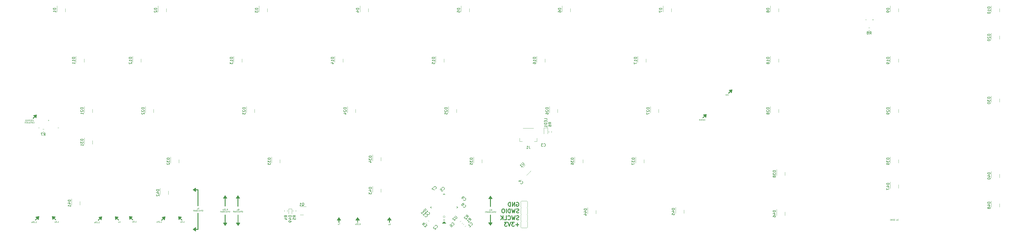
<source format=gbr>
%TF.GenerationSoftware,KiCad,Pcbnew,(6.0.0)*%
%TF.CreationDate,2022-10-18T00:35:49-05:00*%
%TF.ProjectId,_autosave-Phidias-F072-pcb,5f617574-6f73-4617-9665-2d5068696469,rev?*%
%TF.SameCoordinates,Original*%
%TF.FileFunction,Legend,Bot*%
%TF.FilePolarity,Positive*%
%FSLAX46Y46*%
G04 Gerber Fmt 4.6, Leading zero omitted, Abs format (unit mm)*
G04 Created by KiCad (PCBNEW (6.0.0)) date 2022-10-18 00:35:49*
%MOMM*%
%LPD*%
G01*
G04 APERTURE LIST*
%ADD10C,0.150000*%
%ADD11C,0.125000*%
%ADD12C,0.300000*%
%ADD13C,0.120000*%
%ADD14C,0.100000*%
G04 APERTURE END LIST*
D10*
X63372406Y-116997330D02*
X63768386Y-116360934D01*
X87396913Y-116306203D02*
X87234279Y-116765822D01*
X57903726Y-117193554D02*
X57811802Y-116790503D01*
X58236067Y-116238960D02*
X57528960Y-116946066D01*
X286292132Y-77497918D02*
X285585025Y-78205025D01*
X295878995Y-68484903D02*
X295419376Y-68322269D01*
X93330000Y-121470000D02*
X93160000Y-120740000D01*
X33939325Y-116282218D02*
X34335305Y-116565061D01*
X104150000Y-118600000D02*
X104630000Y-118990000D01*
X68655493Y-116427624D02*
X68853482Y-116229634D01*
X33486777Y-116381213D02*
X34179741Y-117102462D01*
X93160000Y-120740000D02*
X93610000Y-120400000D01*
X63931020Y-116891264D02*
X64425995Y-116396290D01*
X40207035Y-116800172D02*
X40843431Y-117436569D01*
X92650001Y-121000000D02*
X93649999Y-121000000D01*
X295285025Y-68895025D02*
X295780000Y-69390000D01*
X81779741Y-117202462D02*
X81687817Y-116799411D01*
X166380000Y-117030000D02*
X166860000Y-116950000D01*
X105060001Y-119060000D02*
X104580000Y-119140000D01*
X33812047Y-116961040D02*
X33225147Y-117547939D01*
X166490000Y-117340000D02*
X166860000Y-117320000D01*
X105450000Y-118560000D02*
X104750000Y-119560000D01*
X109760000Y-119270000D02*
X109480000Y-119270000D01*
X147780000Y-117090000D02*
X147100000Y-117410000D01*
X284892061Y-78784853D02*
X285005198Y-78897990D01*
X104620000Y-119270000D02*
X105060001Y-119060000D01*
X104830000Y-117659999D02*
X104670000Y-117659999D01*
X57981508Y-117342047D02*
X57917868Y-116726863D01*
X109080000Y-108930000D02*
X109810000Y-108760000D01*
X205510000Y-109410000D02*
X204810000Y-108410000D01*
X295659792Y-69142513D02*
X295567868Y-68739462D01*
X93330000Y-105960000D02*
X93450001Y-106250000D01*
X154420000Y-117020000D02*
X154900000Y-116940000D01*
X40044401Y-116269842D02*
X40603015Y-116347624D01*
X109550000Y-109250000D02*
X109550000Y-112270000D01*
X109480000Y-119270000D02*
X109920001Y-119060000D01*
X94380000Y-105990000D02*
X94380000Y-112180000D01*
X39634279Y-116665822D02*
X39917122Y-116269842D01*
X105430000Y-109240000D02*
X104730000Y-108240000D01*
X93640000Y-105350000D02*
X92640001Y-106050000D01*
X109170000Y-118650001D02*
X109520000Y-118870001D01*
X63711817Y-116502356D02*
X63457259Y-117209462D01*
X39733274Y-117118370D02*
X40454523Y-116425406D01*
X93709999Y-106130000D02*
X94540000Y-106130000D01*
X104580000Y-119140000D02*
X105220000Y-118880000D01*
X68973691Y-116293273D02*
X68704990Y-116929669D01*
X33343432Y-77785908D02*
X33541421Y-77983897D01*
X87198924Y-116504193D02*
X87396913Y-116306203D01*
X40199964Y-116906238D02*
X40786863Y-117493137D01*
X57536032Y-117052132D02*
X56949132Y-117639031D01*
X109920001Y-119060000D02*
X109440000Y-119140000D01*
X285959792Y-78452513D02*
X285867868Y-78049462D01*
X166810000Y-117100000D02*
X166130000Y-117420000D01*
X108990000Y-109140000D02*
X109990000Y-109160000D01*
X68556498Y-116116497D02*
X69263604Y-116823603D01*
X104260000Y-108920000D02*
X104990000Y-108750000D01*
X69256533Y-116929669D02*
X69843432Y-117516568D01*
X105220000Y-118880000D02*
X104490000Y-119050000D01*
X295681005Y-68286913D02*
X295878995Y-68484903D01*
X32452477Y-77899045D02*
X33654559Y-77686913D01*
X87587832Y-116511264D02*
X87333274Y-117218370D01*
X109470000Y-112270000D02*
X109630000Y-112270000D01*
X147510000Y-116810000D02*
X147790000Y-116810000D01*
X40051472Y-116517330D02*
X39931264Y-116807244D01*
X109690000Y-115540000D02*
X109530000Y-115540000D01*
X154030000Y-117520000D02*
X154730000Y-116520000D01*
X104650000Y-110140000D02*
X104810000Y-110140000D01*
X33654559Y-77686913D02*
X32947452Y-78394019D01*
X63322909Y-116495285D02*
X63520898Y-116297295D01*
X109630000Y-109320000D02*
X109630000Y-112270000D01*
X92640001Y-106050000D02*
X93639999Y-106050000D01*
X93550000Y-105610000D02*
X93330000Y-105960000D01*
X286115355Y-78042391D02*
X286037574Y-78601005D01*
X82112082Y-116247868D02*
X81404975Y-116954974D01*
X57528960Y-116946066D02*
X56892563Y-117582462D01*
X104850000Y-108810000D02*
X104170000Y-109130000D01*
X109400000Y-108540000D02*
X109680000Y-108540000D01*
X147580000Y-118420000D02*
X147740000Y-118420000D01*
X39931264Y-116807244D02*
X40178751Y-116531472D01*
X110170000Y-118670000D02*
X109170000Y-118650001D01*
X104750000Y-118560000D02*
X104050000Y-118560000D01*
X33804975Y-116854974D02*
X33310000Y-116360000D01*
X154260000Y-117200000D02*
X154990000Y-117030000D01*
X109810000Y-108760000D02*
X110150000Y-109210000D01*
X109610000Y-118560000D02*
X108910000Y-118560000D01*
X93070000Y-120829999D02*
X93330000Y-121470000D01*
X93560000Y-120560000D02*
X93340000Y-120910000D01*
X110150000Y-109210000D02*
X109670000Y-108820000D01*
X285592096Y-78311091D02*
X285005198Y-78897990D01*
X285266827Y-77731264D02*
X285959792Y-78452513D01*
X108910000Y-118560000D02*
X109610000Y-119560000D01*
X69369670Y-116816532D02*
X69956569Y-117403431D01*
X40313101Y-116793101D02*
X40900000Y-117380000D01*
X68987833Y-116830675D02*
X69235320Y-116554903D01*
X109690000Y-117659999D02*
X109530000Y-117659999D01*
X39648421Y-116906238D02*
X40044401Y-116269842D01*
X204870000Y-117609999D02*
X204710000Y-117609999D01*
X104820000Y-108930000D02*
X104530000Y-109050000D01*
X63520898Y-116297295D02*
X63358264Y-116756914D01*
X109610000Y-118560000D02*
X109610001Y-115540000D01*
X63358264Y-116756914D02*
X63641107Y-116360934D01*
X104750000Y-118560000D02*
X104750001Y-115540000D01*
X87531264Y-116907244D02*
X87778751Y-116631472D01*
X87312061Y-117395147D02*
X87099929Y-116193066D01*
X93060000Y-105879999D02*
X93320000Y-106520000D01*
X204250000Y-109300000D02*
X205250000Y-109320000D01*
X68690848Y-116689253D02*
X68973691Y-116293273D01*
X166690000Y-117530000D02*
X166690000Y-118430000D01*
X32254487Y-78973847D02*
X32367624Y-79086984D01*
X105170000Y-109150000D02*
X104820000Y-108930000D01*
X109010000Y-118600000D02*
X109490000Y-118990000D01*
X33322218Y-78641507D02*
X33230294Y-78238456D01*
X81857523Y-117350955D02*
X81793883Y-116735771D01*
X104490000Y-119050000D02*
X104150000Y-118600000D01*
X204900000Y-109100000D02*
X204610000Y-109220000D01*
X154900000Y-116940000D02*
X154260000Y-117200000D01*
X93210000Y-105930000D02*
X93530000Y-106610000D01*
X93140000Y-106360000D02*
X93060000Y-105879999D01*
X166950000Y-117040000D02*
X167290000Y-117490000D01*
X68768630Y-117318578D02*
X68556498Y-116116497D01*
X204730000Y-109480000D02*
X204730000Y-112430000D01*
X93650000Y-120300000D02*
X92650001Y-121000000D01*
X109640000Y-108940000D02*
X109350000Y-109060000D01*
X204810000Y-109410000D02*
X205510000Y-109410000D01*
X204340000Y-109090000D02*
X205070000Y-108920000D01*
X69659584Y-116371055D02*
X69044401Y-116434695D01*
X295178959Y-68336411D02*
X295815355Y-68732391D01*
X63931020Y-116891264D02*
X63436046Y-117386239D01*
X295815355Y-68605111D02*
X295178959Y-68336411D01*
X33112010Y-117434802D02*
X33225147Y-117547939D01*
X109530000Y-118490000D02*
X109530000Y-115540000D01*
X204790000Y-118510000D02*
X205490000Y-118510000D01*
X81800955Y-116346863D02*
X81998944Y-116544852D01*
X147100000Y-117410000D02*
X148100000Y-117430000D01*
X154820000Y-117210000D02*
X154530000Y-117330000D01*
X166540000Y-116820000D02*
X166820000Y-116820000D01*
X33336360Y-78174816D02*
X32629254Y-77920258D01*
X57528960Y-116946066D02*
X57033985Y-116451092D01*
X295285025Y-68895025D02*
X294790051Y-68400051D01*
X94540000Y-112180000D02*
X94380000Y-112180000D01*
X92930001Y-106200000D02*
X92930000Y-105920000D01*
X104730000Y-108240000D02*
X104730000Y-109240000D01*
X88054523Y-116525406D02*
X87651472Y-116617330D01*
X167130000Y-117440000D02*
X166780000Y-117220000D01*
X63223914Y-116184158D02*
X63931020Y-116891264D01*
X104030000Y-109240000D02*
X104730000Y-108240000D01*
X155330000Y-117480000D02*
X154850000Y-117090000D01*
X57663310Y-116373310D02*
X58059290Y-116656153D01*
X286178995Y-77794903D02*
X285719376Y-77632269D01*
X154730000Y-117520000D02*
X154730000Y-118420000D01*
X104730000Y-109240000D02*
X105430000Y-109240000D01*
X167390000Y-117530000D02*
X166690000Y-116530000D01*
X285585025Y-78205025D02*
X284948629Y-78841421D01*
X295292096Y-69001091D02*
X294705198Y-69587990D01*
X94460000Y-105989999D02*
X94460001Y-112180000D01*
X81404975Y-116954974D02*
X81899949Y-117449949D01*
X109670000Y-108820000D02*
X108990000Y-109140000D01*
X204790000Y-118510000D02*
X204790001Y-115490000D01*
X109470000Y-109320000D02*
X109470000Y-112270000D01*
X81298909Y-116396360D02*
X81935305Y-116792340D01*
X93460001Y-121200000D02*
X93440000Y-120830000D01*
X286080000Y-78700000D02*
X286292132Y-77497918D01*
X204870000Y-115490000D02*
X204710000Y-115490000D01*
X204990000Y-118700000D02*
X204619999Y-118720000D01*
X93649999Y-121000000D02*
X93650000Y-121700000D01*
X57422894Y-116938995D02*
X56835995Y-117525894D01*
X104650000Y-109310000D02*
X104650000Y-112260000D01*
X104990000Y-108750000D02*
X105330000Y-109200000D01*
X81935305Y-116792340D02*
X81857523Y-117350955D01*
X109690000Y-118490000D02*
X109690000Y-115540000D01*
X57811802Y-116790503D02*
X57521888Y-116670294D01*
X32940380Y-78118247D02*
X33216152Y-78365735D01*
X147580000Y-117590000D02*
X147580000Y-118420000D01*
X286115355Y-77915111D02*
X285478959Y-77646411D01*
X166770000Y-117600000D02*
X166770000Y-118430000D01*
X286037574Y-78601005D02*
X285973934Y-77985822D01*
X147350000Y-117020000D02*
X147830000Y-116940000D01*
X294790051Y-68400051D02*
X295992132Y-68187918D01*
X104420000Y-108740000D02*
X104900000Y-108660000D01*
X94390000Y-121010001D02*
X94390000Y-114890000D01*
X166610000Y-117600000D02*
X166610000Y-118430000D01*
X57917868Y-116726863D02*
X57210762Y-116472305D01*
X166610000Y-118430000D02*
X166770000Y-118430000D01*
X110310000Y-118560000D02*
X109610000Y-119560000D01*
X40454523Y-116425406D02*
X40051472Y-116517330D01*
X166220000Y-117210000D02*
X166950000Y-117040000D01*
X81539325Y-116382218D02*
X81935305Y-116665061D01*
X295992132Y-68187918D02*
X295285025Y-68895025D01*
X69263604Y-116823603D02*
X69758579Y-116328629D01*
X93540000Y-121560000D02*
X93560000Y-120560000D01*
X34512082Y-116147868D02*
X33804975Y-116854974D01*
X295673934Y-68675822D02*
X294966827Y-68421264D01*
X87517122Y-116369842D02*
X87248421Y-117006238D01*
X93639999Y-106050000D02*
X94540000Y-106050001D01*
X109550000Y-109250000D02*
X110250000Y-109250000D01*
X58122929Y-116535944D02*
X57663310Y-116373310D01*
X205070000Y-108920000D02*
X205410000Y-109370000D01*
X93320000Y-106520000D02*
X93150000Y-105790000D01*
X58059290Y-116656153D02*
X57422894Y-116387452D01*
X108850000Y-109250000D02*
X109550000Y-108250000D01*
X147660000Y-117520000D02*
X147660000Y-118420000D01*
X105310000Y-118670000D02*
X104310000Y-118650001D01*
X57521888Y-116670294D02*
X57797660Y-116917782D01*
X204810000Y-109410000D02*
X204810000Y-112430000D01*
X94540000Y-106130000D02*
X94540000Y-105970000D01*
X32629254Y-77920258D02*
X33322218Y-78641507D01*
X93150000Y-105790000D02*
X93600000Y-105450000D01*
X204790000Y-119510000D02*
X204790000Y-118510000D01*
X295285025Y-68895025D02*
X294648629Y-69531421D01*
X81298909Y-116947903D02*
X80712010Y-117534802D01*
X40702010Y-116305198D02*
X39499929Y-116093066D01*
X81899949Y-117449949D02*
X82112082Y-116247868D01*
X104170000Y-109130000D02*
X105170000Y-109150000D01*
X94550000Y-120180000D02*
X94390000Y-120180000D01*
X93530000Y-106610000D02*
X93550000Y-105610000D01*
X109680000Y-108540000D02*
X109240000Y-108750000D01*
X32954524Y-78500085D02*
X32367624Y-79086984D01*
X109610000Y-118560000D02*
X110310000Y-118560000D01*
X80910000Y-116460000D02*
X82112082Y-116247868D01*
X147790000Y-116810000D02*
X147350000Y-117020000D01*
X204930000Y-108980000D02*
X204250000Y-109300000D01*
X69263604Y-116823603D02*
X68768630Y-117318578D01*
X204610000Y-109220000D02*
X204980000Y-109200000D01*
X63775457Y-116608422D02*
X63655249Y-116898336D01*
X104670000Y-118490000D02*
X104670000Y-115540000D01*
X205260000Y-118830000D02*
X204530000Y-119000000D01*
X57210762Y-116472305D02*
X57903726Y-117193554D01*
X63655249Y-116898336D02*
X63902736Y-116622564D01*
X204620000Y-119090000D02*
X205260000Y-118830000D01*
X81935305Y-116665061D02*
X81298909Y-116396360D01*
X64327000Y-116438716D02*
X63711817Y-116502356D01*
X204700000Y-118820001D02*
X204990000Y-118700000D01*
X33804975Y-116854974D02*
X33168578Y-117491370D01*
X285719376Y-77632269D02*
X286115355Y-77915111D01*
X204730000Y-110310000D02*
X204890000Y-110310000D01*
X33804975Y-116854974D02*
X34299949Y-117349949D01*
X69263604Y-116823603D02*
X69900000Y-117460000D01*
X57528960Y-116946066D02*
X58023934Y-117441041D01*
X109990000Y-109160000D02*
X109640000Y-108940000D01*
X69108041Y-116540761D02*
X68987833Y-116830675D01*
X93719999Y-121080000D02*
X94550000Y-121080000D01*
X147460000Y-117330000D02*
X147830000Y-117310000D01*
X204110000Y-109410000D02*
X204810000Y-108410000D01*
X166820000Y-116820000D02*
X166380000Y-117030000D01*
X69044401Y-116434695D02*
X68789843Y-117141801D01*
X154860000Y-116810000D02*
X154420000Y-117020000D01*
X110250000Y-109250000D02*
X109550000Y-108250000D01*
X33698909Y-116847903D02*
X33112010Y-117434802D01*
X204810000Y-108410000D02*
X204810000Y-109410000D01*
X87807035Y-116900172D02*
X88443431Y-117536569D01*
X93220000Y-120880000D02*
X93540000Y-121560000D01*
X93639999Y-106050000D02*
X93640000Y-106750000D01*
X87799964Y-117006238D02*
X88386863Y-117593137D01*
X104580000Y-108530000D02*
X104860000Y-108530000D01*
X58023934Y-117441041D02*
X58236067Y-116238960D01*
X285585025Y-78205025D02*
X285090051Y-77710051D01*
X109470000Y-110150000D02*
X109630000Y-110150000D01*
X32947452Y-78394019D02*
X33442426Y-78888994D01*
X148360000Y-117520000D02*
X147660000Y-116520000D01*
X154810000Y-117590000D02*
X154810000Y-118420000D01*
X109440000Y-119140000D02*
X110080000Y-118880000D01*
X295419376Y-68322269D02*
X295815355Y-68605111D01*
X68789843Y-117141801D02*
X69511092Y-116448837D01*
X104530000Y-109050000D02*
X104900000Y-109030000D01*
X93600000Y-105450000D02*
X93210000Y-105930000D01*
X104900000Y-119270000D02*
X104620000Y-119270000D01*
X204980000Y-108830000D02*
X204340000Y-109090000D01*
X155430000Y-117520000D02*
X154730000Y-116520000D01*
X64037086Y-116884193D02*
X64623985Y-117471092D01*
X34087817Y-116699411D02*
X33797903Y-116579202D01*
X204810000Y-109410000D02*
X204110000Y-109410000D01*
X57422894Y-116387452D02*
X58059290Y-116783432D01*
X105330000Y-109200000D02*
X104850000Y-108810000D01*
X34398944Y-116444852D02*
X33939325Y-116282218D01*
X32947452Y-78394019D02*
X32311055Y-79030415D01*
X68704990Y-116929669D02*
X69100970Y-116293273D01*
X204660000Y-108700000D02*
X204940000Y-108700000D01*
X109350000Y-119050000D02*
X109010000Y-118600000D01*
X33477782Y-78231385D02*
X33400000Y-78790000D01*
X94380000Y-105990000D02*
X94380000Y-106150000D01*
X64510848Y-117584229D02*
X64623985Y-117471092D01*
X109520000Y-118870001D02*
X109810000Y-118750000D01*
X93340000Y-120910000D02*
X93460001Y-121200000D01*
X166690000Y-117530000D02*
X165990000Y-117530000D01*
X147740000Y-117590000D02*
X147740000Y-118420000D01*
X147660000Y-117520000D02*
X146960000Y-117520000D01*
X109550000Y-109250000D02*
X108850000Y-109250000D01*
X69100970Y-116293273D02*
X69659584Y-116371055D01*
X32841386Y-78386948D02*
X32254487Y-78973847D01*
X34257523Y-117250955D02*
X34193883Y-116635771D01*
X88302010Y-116405198D02*
X87099929Y-116193066D01*
X64178508Y-116516498D02*
X63775457Y-116608422D01*
X104660000Y-118870001D02*
X104950000Y-118750000D01*
X39987832Y-116411264D02*
X39733274Y-117118370D01*
X110080000Y-118880000D02*
X109350000Y-119050000D01*
X63923949Y-116997330D02*
X64510848Y-117584229D01*
X63641107Y-116360934D02*
X63372406Y-116997330D01*
X94380000Y-106059999D02*
X94380000Y-106890000D01*
X154850000Y-117090000D02*
X154170000Y-117410000D01*
X87099929Y-116193066D02*
X87807035Y-116900172D01*
X109240000Y-108750000D02*
X109720000Y-108670000D01*
X165990000Y-117530000D02*
X166690000Y-116530000D01*
X81404975Y-116954974D02*
X80910000Y-116460000D01*
X33310000Y-116360000D02*
X34512082Y-116147868D01*
X81793883Y-116735771D02*
X81086777Y-116481213D01*
X32841386Y-77835405D02*
X33477782Y-78231385D01*
X204500000Y-108910000D02*
X204980000Y-108830000D01*
X104310000Y-118650001D02*
X104660000Y-118870001D01*
X154650000Y-118420000D02*
X154810000Y-118420000D01*
X147750000Y-117210000D02*
X147460000Y-117330000D01*
X32947452Y-78394019D02*
X32452477Y-77899045D01*
X34299949Y-117349949D02*
X34512082Y-116147868D01*
X205350000Y-118620000D02*
X204350000Y-118600001D01*
X285981005Y-77596913D02*
X286178995Y-77794903D01*
X294592061Y-69474853D02*
X294705198Y-69587990D01*
X154730000Y-116520000D02*
X154730000Y-117520000D01*
X81397903Y-116679202D02*
X81673675Y-116926690D01*
X40207035Y-116800172D02*
X40702010Y-116305198D01*
X109350000Y-109060000D02*
X109720000Y-109040000D01*
X204710000Y-118440000D02*
X204710000Y-115490000D01*
X34335305Y-116565061D02*
X33698909Y-116296360D01*
X104050000Y-118560000D02*
X104750000Y-119560000D01*
X39712061Y-117295147D02*
X39499929Y-116093066D01*
X80712010Y-117534802D02*
X80825147Y-117647939D01*
X147830000Y-116940000D02*
X147190000Y-117200000D01*
X34200955Y-116246863D02*
X34398944Y-116444852D01*
X93709999Y-105970000D02*
X94540000Y-105970000D01*
X154170000Y-117410000D02*
X155170000Y-117430000D01*
X92940000Y-120870000D02*
X93150000Y-121310000D01*
X94380000Y-106890000D02*
X94540000Y-106890000D01*
X69758579Y-116328629D02*
X68556498Y-116116497D01*
X87651472Y-116617330D02*
X87531264Y-116907244D01*
X204660000Y-119220000D02*
X205100001Y-119010000D01*
X285867868Y-78049462D02*
X285577954Y-77929254D01*
X33698909Y-116296360D02*
X34335305Y-116692340D01*
X39796913Y-116206203D02*
X39634279Y-116665822D01*
X154730000Y-117520000D02*
X155430000Y-117520000D01*
X93649999Y-121000000D02*
X94550000Y-121000001D01*
X285585025Y-78205025D02*
X286080000Y-78700000D01*
X155170000Y-117430000D02*
X154820000Y-117210000D01*
X205250000Y-109320000D02*
X204900000Y-109100000D01*
X87644401Y-116369842D02*
X88203015Y-116447624D01*
X94550000Y-121080000D02*
X94550000Y-114890000D01*
X285478959Y-78197954D02*
X284892061Y-78784853D01*
X93639999Y-106050000D02*
X93640000Y-105350000D01*
X68853482Y-116229634D02*
X68690848Y-116689253D01*
X104810000Y-109310000D02*
X104810000Y-112260000D01*
X204940000Y-119220000D02*
X204660000Y-119220000D01*
X94550000Y-121080000D02*
X94550000Y-120920000D01*
X33442426Y-78888994D02*
X33654559Y-77686913D01*
X93450001Y-106250000D02*
X93430000Y-105880000D01*
X295737574Y-69291005D02*
X295673934Y-68675822D01*
X154730000Y-117520000D02*
X154030000Y-117520000D01*
X81412047Y-117061040D02*
X80825147Y-117647939D01*
X104830000Y-118490000D02*
X104830000Y-115540000D01*
X104730000Y-109240000D02*
X104030000Y-109240000D01*
X204670000Y-118940000D02*
X205350000Y-118620000D01*
X39499929Y-116093066D02*
X40207035Y-116800172D01*
X81086777Y-116481213D02*
X81779741Y-117202462D01*
X93150000Y-121310000D02*
X93070000Y-120829999D01*
X58059290Y-116783432D02*
X57981508Y-117342047D01*
X34193883Y-116635771D02*
X33486777Y-116381213D01*
X39917122Y-116269842D02*
X39648421Y-116906238D01*
X147190000Y-117200000D02*
X147920000Y-117030000D01*
X40603015Y-116347624D02*
X39987832Y-116411264D01*
X148260000Y-117480000D02*
X147780000Y-117090000D01*
X204870000Y-118440000D02*
X204870000Y-115490000D01*
X285090051Y-77710051D02*
X286292132Y-77497918D01*
X294966827Y-68421264D02*
X295659792Y-69142513D01*
X81687817Y-116799411D02*
X81397903Y-116679202D01*
X93719999Y-120920000D02*
X94550000Y-120920000D01*
X81404975Y-116954974D02*
X80768578Y-117591370D01*
X204730000Y-112430000D02*
X204890000Y-112430000D01*
X69511092Y-116448837D02*
X69108041Y-116540761D01*
X87333274Y-117218370D02*
X88054523Y-116525406D01*
X34335305Y-116692340D02*
X34257523Y-117250955D01*
X33400000Y-78790000D02*
X33336360Y-78174816D01*
X166860000Y-116950000D02*
X166220000Y-117210000D01*
X295780000Y-69390000D02*
X295992132Y-68187918D01*
X166690000Y-116530000D02*
X166690000Y-117530000D01*
X88203015Y-116447624D02*
X87587832Y-116511264D01*
X205410000Y-109370000D02*
X204930000Y-108980000D01*
X63457259Y-117209462D02*
X64178508Y-116516498D01*
X87234279Y-116765822D02*
X87517122Y-116369842D01*
X93640000Y-106750000D02*
X92640001Y-106050000D01*
X104730000Y-109240000D02*
X104730000Y-112260000D01*
X39598924Y-116404193D02*
X39796913Y-116206203D01*
X109810000Y-118750000D02*
X109439999Y-118770000D01*
X147660000Y-117520000D02*
X148360000Y-117520000D01*
X33541421Y-77983897D02*
X33081802Y-77821263D01*
X109550000Y-108250000D02*
X109550000Y-109250000D01*
X166780000Y-117220000D02*
X166490000Y-117340000D01*
X285973934Y-77985822D02*
X285266827Y-77731264D01*
X154650000Y-117590000D02*
X154650000Y-118420000D01*
X69843432Y-117516568D02*
X69956569Y-117403431D01*
X57924940Y-116337955D02*
X58122929Y-116535944D01*
X295178959Y-68887954D02*
X294592061Y-69474853D01*
X40786863Y-117493137D02*
X40900000Y-117380000D01*
X93649999Y-121000000D02*
X93650000Y-120300000D01*
X87807035Y-116900172D02*
X87312061Y-117395147D01*
X147660000Y-116520000D02*
X147660000Y-117520000D01*
X146960000Y-117520000D02*
X147660000Y-116520000D01*
X64425995Y-116396290D02*
X63223914Y-116184158D01*
X295567868Y-68739462D02*
X295277954Y-68619254D01*
X33081802Y-77821263D02*
X33477782Y-78104106D01*
X154580000Y-116810000D02*
X154860000Y-116810000D01*
X295277954Y-68619254D02*
X295553726Y-68866741D01*
X154990000Y-117030000D02*
X155330000Y-117480000D01*
X33230294Y-78238456D02*
X32940380Y-78118247D01*
X94540000Y-106059999D02*
X94540000Y-112180000D01*
X87807035Y-116900172D02*
X88302010Y-116405198D01*
X204790000Y-118510000D02*
X204090000Y-118510000D01*
X92930000Y-105920000D02*
X93140000Y-106360000D01*
X87913101Y-116893101D02*
X88500000Y-117480000D01*
X81998944Y-116544852D02*
X81539325Y-116382218D01*
X33477782Y-78104106D02*
X32841386Y-77835405D01*
X33797903Y-116579202D02*
X34073675Y-116826690D01*
X148100000Y-117430000D02*
X147750000Y-117210000D01*
X94550000Y-121010001D02*
X94550000Y-120180000D01*
X204190000Y-118550000D02*
X204670000Y-118940000D01*
X154530000Y-117330000D02*
X154900000Y-117310000D01*
X92940001Y-121150000D02*
X92940000Y-120870000D01*
X285577954Y-77929254D02*
X285853726Y-78176741D01*
X147920000Y-117030000D02*
X148260000Y-117480000D01*
X88386863Y-117593137D02*
X88500000Y-117480000D01*
X34179741Y-117102462D02*
X34087817Y-116699411D01*
X104830000Y-115540000D02*
X104670000Y-115540000D01*
X205490000Y-118510000D02*
X204790000Y-119510000D01*
X63931020Y-116891264D02*
X64567416Y-117527661D01*
X94470000Y-121080001D02*
X94470000Y-114890000D01*
X166130000Y-117420000D02*
X167130000Y-117440000D01*
X167290000Y-117490000D02*
X166810000Y-117100000D01*
X56835995Y-117525894D02*
X56949132Y-117639031D01*
X204890000Y-109480000D02*
X204890000Y-112430000D01*
X87248421Y-117006238D02*
X87644401Y-116369842D01*
X104750000Y-119560000D02*
X104750000Y-118560000D01*
X109610000Y-119560000D02*
X109610000Y-118560000D01*
X40207035Y-116800172D02*
X39712061Y-117295147D01*
X205100001Y-119010000D02*
X204620000Y-119090000D01*
X166690000Y-117530000D02*
X167390000Y-117530000D01*
X104750000Y-118560000D02*
X105450000Y-118560000D01*
X204940000Y-108700000D02*
X204500000Y-108910000D01*
X204350000Y-118600001D02*
X204700000Y-118820001D01*
X295815355Y-68732391D02*
X295737574Y-69291005D01*
X104630000Y-118990000D02*
X105310000Y-118670000D01*
X204530000Y-119000000D02*
X204190000Y-118550000D01*
X104950000Y-118750000D02*
X104579999Y-118770000D01*
X93610000Y-120400000D02*
X93220000Y-120880000D01*
X104650000Y-112260000D02*
X104810000Y-112260000D01*
X109490000Y-118990000D02*
X110170000Y-118670000D01*
X204090000Y-118510000D02*
X204790000Y-119510000D01*
X104860000Y-108530000D02*
X104420000Y-108740000D01*
X104900000Y-108660000D02*
X104260000Y-108920000D01*
X63436046Y-117386239D02*
X63223914Y-116184158D01*
X93650000Y-121700000D02*
X92650001Y-121000000D01*
X57033985Y-116451092D02*
X58236067Y-116238960D01*
X94390000Y-114890000D02*
X94550000Y-114890000D01*
X285478959Y-77646411D02*
X286115355Y-78042391D01*
X109720000Y-108670000D02*
X109080000Y-108930000D01*
X63768386Y-116360934D02*
X64327000Y-116438716D01*
D11*
X32435714Y-80019880D02*
X32364285Y-80043690D01*
X32245238Y-80043690D01*
X32197619Y-80019880D01*
X32173809Y-79996071D01*
X32150000Y-79948452D01*
X32150000Y-79900833D01*
X32173809Y-79853214D01*
X32197619Y-79829404D01*
X32245238Y-79805595D01*
X32340476Y-79781785D01*
X32388095Y-79757976D01*
X32411904Y-79734166D01*
X32435714Y-79686547D01*
X32435714Y-79638928D01*
X32411904Y-79591309D01*
X32388095Y-79567500D01*
X32340476Y-79543690D01*
X32221428Y-79543690D01*
X32150000Y-79567500D01*
X32007142Y-79543690D02*
X31721428Y-79543690D01*
X31864285Y-80043690D02*
X31864285Y-79543690D01*
X31554761Y-79781785D02*
X31388095Y-79781785D01*
X31316666Y-80043690D02*
X31554761Y-80043690D01*
X31554761Y-79543690D01*
X31316666Y-79543690D01*
X31102380Y-80043690D02*
X31102380Y-79543690D01*
X30911904Y-79543690D01*
X30864285Y-79567500D01*
X30840476Y-79591309D01*
X30816666Y-79638928D01*
X30816666Y-79710357D01*
X30840476Y-79757976D01*
X30864285Y-79781785D01*
X30911904Y-79805595D01*
X31102380Y-79805595D01*
X30602380Y-80043690D02*
X30602380Y-79543690D01*
X30411904Y-79543690D01*
X30364285Y-79567500D01*
X30340476Y-79591309D01*
X30316666Y-79638928D01*
X30316666Y-79710357D01*
X30340476Y-79757976D01*
X30364285Y-79781785D01*
X30411904Y-79805595D01*
X30602380Y-79805595D01*
X30102380Y-79781785D02*
X29935714Y-79781785D01*
X29864285Y-80043690D02*
X30102380Y-80043690D01*
X30102380Y-79543690D01*
X29864285Y-79543690D01*
X29650000Y-80043690D02*
X29650000Y-79543690D01*
X29530952Y-79543690D01*
X29459523Y-79567500D01*
X29411904Y-79615119D01*
X29388095Y-79662738D01*
X29364285Y-79757976D01*
X29364285Y-79829404D01*
X29388095Y-79924642D01*
X29411904Y-79972261D01*
X29459523Y-80019880D01*
X29530952Y-80043690D01*
X29650000Y-80043690D01*
X32411904Y-80801071D02*
X32435714Y-80824880D01*
X32507142Y-80848690D01*
X32554761Y-80848690D01*
X32626190Y-80824880D01*
X32673809Y-80777261D01*
X32697619Y-80729642D01*
X32721428Y-80634404D01*
X32721428Y-80562976D01*
X32697619Y-80467738D01*
X32673809Y-80420119D01*
X32626190Y-80372500D01*
X32554761Y-80348690D01*
X32507142Y-80348690D01*
X32435714Y-80372500D01*
X32411904Y-80396309D01*
X32221428Y-80705833D02*
X31983333Y-80705833D01*
X32269047Y-80848690D02*
X32102380Y-80348690D01*
X31935714Y-80848690D01*
X31769047Y-80848690D02*
X31769047Y-80348690D01*
X31578571Y-80348690D01*
X31530952Y-80372500D01*
X31507142Y-80396309D01*
X31483333Y-80443928D01*
X31483333Y-80515357D01*
X31507142Y-80562976D01*
X31530952Y-80586785D01*
X31578571Y-80610595D01*
X31769047Y-80610595D01*
X31292857Y-80824880D02*
X31221428Y-80848690D01*
X31102380Y-80848690D01*
X31054761Y-80824880D01*
X31030952Y-80801071D01*
X31007142Y-80753452D01*
X31007142Y-80705833D01*
X31030952Y-80658214D01*
X31054761Y-80634404D01*
X31102380Y-80610595D01*
X31197619Y-80586785D01*
X31245238Y-80562976D01*
X31269047Y-80539166D01*
X31292857Y-80491547D01*
X31292857Y-80443928D01*
X31269047Y-80396309D01*
X31245238Y-80372500D01*
X31197619Y-80348690D01*
X31078571Y-80348690D01*
X31007142Y-80372500D01*
X30554761Y-80848690D02*
X30792857Y-80848690D01*
X30792857Y-80348690D01*
X30292857Y-80348690D02*
X30197619Y-80348690D01*
X30150000Y-80372500D01*
X30102380Y-80420119D01*
X30078571Y-80515357D01*
X30078571Y-80682023D01*
X30102380Y-80777261D01*
X30150000Y-80824880D01*
X30197619Y-80848690D01*
X30292857Y-80848690D01*
X30340476Y-80824880D01*
X30388095Y-80777261D01*
X30411904Y-80682023D01*
X30411904Y-80515357D01*
X30388095Y-80420119D01*
X30340476Y-80372500D01*
X30292857Y-80348690D01*
X29578571Y-80801071D02*
X29602380Y-80824880D01*
X29673809Y-80848690D01*
X29721428Y-80848690D01*
X29792857Y-80824880D01*
X29840476Y-80777261D01*
X29864285Y-80729642D01*
X29888095Y-80634404D01*
X29888095Y-80562976D01*
X29864285Y-80467738D01*
X29840476Y-80420119D01*
X29792857Y-80372500D01*
X29721428Y-80348690D01*
X29673809Y-80348690D01*
X29602380Y-80372500D01*
X29578571Y-80396309D01*
X29364285Y-80848690D02*
X29364285Y-80348690D01*
X29078571Y-80848690D02*
X29292857Y-80562976D01*
X29078571Y-80348690D02*
X29364285Y-80634404D01*
D12*
X215522857Y-117337142D02*
X215308571Y-117408571D01*
X214951428Y-117408571D01*
X214808571Y-117337142D01*
X214737142Y-117265714D01*
X214665714Y-117122857D01*
X214665714Y-116980000D01*
X214737142Y-116837142D01*
X214808571Y-116765714D01*
X214951428Y-116694285D01*
X215237142Y-116622857D01*
X215380000Y-116551428D01*
X215451428Y-116480000D01*
X215522857Y-116337142D01*
X215522857Y-116194285D01*
X215451428Y-116051428D01*
X215380000Y-115980000D01*
X215237142Y-115908571D01*
X214880000Y-115908571D01*
X214665714Y-115980000D01*
X214165714Y-115908571D02*
X213808571Y-117408571D01*
X213522857Y-116337142D01*
X213237142Y-117408571D01*
X212880000Y-115908571D01*
X211451428Y-117265714D02*
X211522857Y-117337142D01*
X211737142Y-117408571D01*
X211880000Y-117408571D01*
X212094285Y-117337142D01*
X212237142Y-117194285D01*
X212308571Y-117051428D01*
X212380000Y-116765714D01*
X212380000Y-116551428D01*
X212308571Y-116265714D01*
X212237142Y-116122857D01*
X212094285Y-115980000D01*
X211880000Y-115908571D01*
X211737142Y-115908571D01*
X211522857Y-115980000D01*
X211451428Y-116051428D01*
X210094285Y-117408571D02*
X210808571Y-117408571D01*
X210808571Y-115908571D01*
X209594285Y-117408571D02*
X209594285Y-115908571D01*
X208737142Y-117408571D02*
X209380000Y-116551428D01*
X208737142Y-115908571D02*
X209594285Y-116765714D01*
D11*
X80518571Y-118366190D02*
X80804285Y-118366190D01*
X80661428Y-118366190D02*
X80661428Y-117866190D01*
X80709047Y-117937619D01*
X80756666Y-117985238D01*
X80804285Y-118009047D01*
X80304285Y-118318571D02*
X80280476Y-118342380D01*
X80304285Y-118366190D01*
X80328095Y-118342380D01*
X80304285Y-118318571D01*
X80304285Y-118366190D01*
X80090000Y-117913809D02*
X80066190Y-117890000D01*
X80018571Y-117866190D01*
X79899523Y-117866190D01*
X79851904Y-117890000D01*
X79828095Y-117913809D01*
X79804285Y-117961428D01*
X79804285Y-118009047D01*
X79828095Y-118080476D01*
X80113809Y-118366190D01*
X79804285Y-118366190D01*
X79351904Y-117866190D02*
X79590000Y-117866190D01*
X79613809Y-118104285D01*
X79590000Y-118080476D01*
X79542380Y-118056666D01*
X79423333Y-118056666D01*
X79375714Y-118080476D01*
X79351904Y-118104285D01*
X79328095Y-118151904D01*
X79328095Y-118270952D01*
X79351904Y-118318571D01*
X79375714Y-118342380D01*
X79423333Y-118366190D01*
X79542380Y-118366190D01*
X79590000Y-118342380D01*
X79613809Y-118318571D01*
X78899523Y-118032857D02*
X78899523Y-118366190D01*
X79113809Y-118032857D02*
X79113809Y-118294761D01*
X79090000Y-118342380D01*
X79042380Y-118366190D01*
X78970952Y-118366190D01*
X78923333Y-118342380D01*
X78899523Y-118318571D01*
D12*
X215518571Y-114717142D02*
X215304285Y-114788571D01*
X214947142Y-114788571D01*
X214804285Y-114717142D01*
X214732857Y-114645714D01*
X214661428Y-114502857D01*
X214661428Y-114360000D01*
X214732857Y-114217142D01*
X214804285Y-114145714D01*
X214947142Y-114074285D01*
X215232857Y-114002857D01*
X215375714Y-113931428D01*
X215447142Y-113860000D01*
X215518571Y-113717142D01*
X215518571Y-113574285D01*
X215447142Y-113431428D01*
X215375714Y-113360000D01*
X215232857Y-113288571D01*
X214875714Y-113288571D01*
X214661428Y-113360000D01*
X214161428Y-113288571D02*
X213804285Y-114788571D01*
X213518571Y-113717142D01*
X213232857Y-114788571D01*
X212875714Y-113288571D01*
X212304285Y-114788571D02*
X212304285Y-113288571D01*
X211947142Y-113288571D01*
X211732857Y-113360000D01*
X211590000Y-113502857D01*
X211518571Y-113645714D01*
X211447142Y-113931428D01*
X211447142Y-114145714D01*
X211518571Y-114431428D01*
X211590000Y-114574285D01*
X211732857Y-114717142D01*
X211947142Y-114788571D01*
X212304285Y-114788571D01*
X210804285Y-114788571D02*
X210804285Y-113288571D01*
X209804285Y-113288571D02*
X209518571Y-113288571D01*
X209375714Y-113360000D01*
X209232857Y-113502857D01*
X209161428Y-113788571D01*
X209161428Y-114288571D01*
X209232857Y-114574285D01*
X209375714Y-114717142D01*
X209518571Y-114788571D01*
X209804285Y-114788571D01*
X209947142Y-114717142D01*
X210090000Y-114574285D01*
X210161428Y-114288571D01*
X210161428Y-113788571D01*
X210090000Y-113502857D01*
X209947142Y-113360000D01*
X209804285Y-113288571D01*
D11*
X41990476Y-82585714D02*
X41609523Y-82585714D01*
X41600476Y-118396190D02*
X41886190Y-118396190D01*
X41743333Y-118396190D02*
X41743333Y-117896190D01*
X41790952Y-117967619D01*
X41838571Y-118015238D01*
X41886190Y-118039047D01*
X41386190Y-118348571D02*
X41362380Y-118372380D01*
X41386190Y-118396190D01*
X41410000Y-118372380D01*
X41386190Y-118348571D01*
X41386190Y-118396190D01*
X40910000Y-117896190D02*
X41148095Y-117896190D01*
X41171904Y-118134285D01*
X41148095Y-118110476D01*
X41100476Y-118086666D01*
X40981428Y-118086666D01*
X40933809Y-118110476D01*
X40910000Y-118134285D01*
X40886190Y-118181904D01*
X40886190Y-118300952D01*
X40910000Y-118348571D01*
X40933809Y-118372380D01*
X40981428Y-118396190D01*
X41100476Y-118396190D01*
X41148095Y-118372380D01*
X41171904Y-118348571D01*
X40457619Y-118062857D02*
X40457619Y-118396190D01*
X40671904Y-118062857D02*
X40671904Y-118324761D01*
X40648095Y-118372380D01*
X40600476Y-118396190D01*
X40529047Y-118396190D01*
X40481428Y-118372380D01*
X40457619Y-118348571D01*
X70900476Y-118306190D02*
X71186190Y-118306190D01*
X71043333Y-118306190D02*
X71043333Y-117806190D01*
X71090952Y-117877619D01*
X71138571Y-117925238D01*
X71186190Y-117949047D01*
X70686190Y-118258571D02*
X70662380Y-118282380D01*
X70686190Y-118306190D01*
X70710000Y-118282380D01*
X70686190Y-118258571D01*
X70686190Y-118306190D01*
X70210000Y-117806190D02*
X70448095Y-117806190D01*
X70471904Y-118044285D01*
X70448095Y-118020476D01*
X70400476Y-117996666D01*
X70281428Y-117996666D01*
X70233809Y-118020476D01*
X70210000Y-118044285D01*
X70186190Y-118091904D01*
X70186190Y-118210952D01*
X70210000Y-118258571D01*
X70233809Y-118282380D01*
X70281428Y-118306190D01*
X70400476Y-118306190D01*
X70448095Y-118282380D01*
X70471904Y-118258571D01*
X69757619Y-117972857D02*
X69757619Y-118306190D01*
X69971904Y-117972857D02*
X69971904Y-118234761D01*
X69948095Y-118282380D01*
X69900476Y-118306190D01*
X69829047Y-118306190D01*
X69781428Y-118282380D01*
X69757619Y-118258571D01*
X166841428Y-118806190D02*
X166936666Y-118806190D01*
X166984285Y-118830000D01*
X167008095Y-118853809D01*
X167055714Y-118925238D01*
X167079523Y-119020476D01*
X167079523Y-119210952D01*
X167055714Y-119258571D01*
X167031904Y-119282380D01*
X166984285Y-119306190D01*
X166889047Y-119306190D01*
X166841428Y-119282380D01*
X166817619Y-119258571D01*
X166793809Y-119210952D01*
X166793809Y-119091904D01*
X166817619Y-119044285D01*
X166841428Y-119020476D01*
X166889047Y-118996666D01*
X166984285Y-118996666D01*
X167031904Y-119020476D01*
X167055714Y-119044285D01*
X167079523Y-119091904D01*
X166365238Y-118972857D02*
X166365238Y-119306190D01*
X166579523Y-118972857D02*
X166579523Y-119234761D01*
X166555714Y-119282380D01*
X166508095Y-119306190D01*
X166436666Y-119306190D01*
X166389047Y-119282380D01*
X166365238Y-119258571D01*
X358665714Y-117183809D02*
X358641904Y-117160000D01*
X358594285Y-117136190D01*
X358475238Y-117136190D01*
X358427619Y-117160000D01*
X358403809Y-117183809D01*
X358380000Y-117231428D01*
X358380000Y-117279047D01*
X358403809Y-117350476D01*
X358689523Y-117636190D01*
X358380000Y-117636190D01*
X357951428Y-117302857D02*
X357951428Y-117636190D01*
X358165714Y-117302857D02*
X358165714Y-117564761D01*
X358141904Y-117612380D01*
X358094285Y-117636190D01*
X358022857Y-117636190D01*
X357975238Y-117612380D01*
X357951428Y-117588571D01*
X357380000Y-117136190D02*
X357046666Y-117136190D01*
X357380000Y-117636190D01*
X357046666Y-117636190D01*
X356856190Y-117374285D02*
X356689523Y-117374285D01*
X356618095Y-117636190D02*
X356856190Y-117636190D01*
X356856190Y-117136190D01*
X356618095Y-117136190D01*
X356118095Y-117636190D02*
X356284761Y-117398095D01*
X356403809Y-117636190D02*
X356403809Y-117136190D01*
X356213333Y-117136190D01*
X356165714Y-117160000D01*
X356141904Y-117183809D01*
X356118095Y-117231428D01*
X356118095Y-117302857D01*
X356141904Y-117350476D01*
X356165714Y-117374285D01*
X356213333Y-117398095D01*
X356403809Y-117398095D01*
X355808571Y-117136190D02*
X355713333Y-117136190D01*
X355665714Y-117160000D01*
X355618095Y-117207619D01*
X355594285Y-117302857D01*
X355594285Y-117469523D01*
X355618095Y-117564761D01*
X355665714Y-117612380D01*
X355713333Y-117636190D01*
X355808571Y-117636190D01*
X355856190Y-117612380D01*
X355903809Y-117564761D01*
X355927619Y-117469523D01*
X355927619Y-117302857D01*
X355903809Y-117207619D01*
X355856190Y-117160000D01*
X355808571Y-117136190D01*
X56998571Y-118536190D02*
X57284285Y-118536190D01*
X57141428Y-118536190D02*
X57141428Y-118036190D01*
X57189047Y-118107619D01*
X57236666Y-118155238D01*
X57284285Y-118179047D01*
X56784285Y-118488571D02*
X56760476Y-118512380D01*
X56784285Y-118536190D01*
X56808095Y-118512380D01*
X56784285Y-118488571D01*
X56784285Y-118536190D01*
X56570000Y-118083809D02*
X56546190Y-118060000D01*
X56498571Y-118036190D01*
X56379523Y-118036190D01*
X56331904Y-118060000D01*
X56308095Y-118083809D01*
X56284285Y-118131428D01*
X56284285Y-118179047D01*
X56308095Y-118250476D01*
X56593809Y-118536190D01*
X56284285Y-118536190D01*
X55831904Y-118036190D02*
X56070000Y-118036190D01*
X56093809Y-118274285D01*
X56070000Y-118250476D01*
X56022380Y-118226666D01*
X55903333Y-118226666D01*
X55855714Y-118250476D01*
X55831904Y-118274285D01*
X55808095Y-118321904D01*
X55808095Y-118440952D01*
X55831904Y-118488571D01*
X55855714Y-118512380D01*
X55903333Y-118536190D01*
X56022380Y-118536190D01*
X56070000Y-118512380D01*
X56093809Y-118488571D01*
X55379523Y-118202857D02*
X55379523Y-118536190D01*
X55593809Y-118202857D02*
X55593809Y-118464761D01*
X55570000Y-118512380D01*
X55522380Y-118536190D01*
X55450952Y-118536190D01*
X55403333Y-118512380D01*
X55379523Y-118488571D01*
X109720952Y-113233690D02*
X109816190Y-113233690D01*
X109863809Y-113257500D01*
X109887619Y-113281309D01*
X109935238Y-113352738D01*
X109959047Y-113447976D01*
X109959047Y-113638452D01*
X109935238Y-113686071D01*
X109911428Y-113709880D01*
X109863809Y-113733690D01*
X109768571Y-113733690D01*
X109720952Y-113709880D01*
X109697142Y-113686071D01*
X109673333Y-113638452D01*
X109673333Y-113519404D01*
X109697142Y-113471785D01*
X109720952Y-113447976D01*
X109768571Y-113424166D01*
X109863809Y-113424166D01*
X109911428Y-113447976D01*
X109935238Y-113471785D01*
X109959047Y-113519404D01*
X109244761Y-113400357D02*
X109244761Y-113733690D01*
X109459047Y-113400357D02*
X109459047Y-113662261D01*
X109435238Y-113709880D01*
X109387619Y-113733690D01*
X109316190Y-113733690D01*
X109268571Y-113709880D01*
X109244761Y-113686071D01*
X111387619Y-114514880D02*
X111316190Y-114538690D01*
X111197142Y-114538690D01*
X111149523Y-114514880D01*
X111125714Y-114491071D01*
X111101904Y-114443452D01*
X111101904Y-114395833D01*
X111125714Y-114348214D01*
X111149523Y-114324404D01*
X111197142Y-114300595D01*
X111292380Y-114276785D01*
X111340000Y-114252976D01*
X111363809Y-114229166D01*
X111387619Y-114181547D01*
X111387619Y-114133928D01*
X111363809Y-114086309D01*
X111340000Y-114062500D01*
X111292380Y-114038690D01*
X111173333Y-114038690D01*
X111101904Y-114062500D01*
X110887619Y-114538690D02*
X110887619Y-114038690D01*
X110697142Y-114038690D01*
X110649523Y-114062500D01*
X110625714Y-114086309D01*
X110601904Y-114133928D01*
X110601904Y-114205357D01*
X110625714Y-114252976D01*
X110649523Y-114276785D01*
X110697142Y-114300595D01*
X110887619Y-114300595D01*
X110411428Y-114395833D02*
X110173333Y-114395833D01*
X110459047Y-114538690D02*
X110292380Y-114038690D01*
X110125714Y-114538690D01*
X109673333Y-114491071D02*
X109697142Y-114514880D01*
X109768571Y-114538690D01*
X109816190Y-114538690D01*
X109887619Y-114514880D01*
X109935238Y-114467261D01*
X109959047Y-114419642D01*
X109982857Y-114324404D01*
X109982857Y-114252976D01*
X109959047Y-114157738D01*
X109935238Y-114110119D01*
X109887619Y-114062500D01*
X109816190Y-114038690D01*
X109768571Y-114038690D01*
X109697142Y-114062500D01*
X109673333Y-114086309D01*
X109459047Y-114276785D02*
X109292380Y-114276785D01*
X109220952Y-114538690D02*
X109459047Y-114538690D01*
X109459047Y-114038690D01*
X109220952Y-114038690D01*
X108840000Y-114276785D02*
X108768571Y-114300595D01*
X108744761Y-114324404D01*
X108720952Y-114372023D01*
X108720952Y-114443452D01*
X108744761Y-114491071D01*
X108768571Y-114514880D01*
X108816190Y-114538690D01*
X109006666Y-114538690D01*
X109006666Y-114038690D01*
X108840000Y-114038690D01*
X108792380Y-114062500D01*
X108768571Y-114086309D01*
X108744761Y-114133928D01*
X108744761Y-114181547D01*
X108768571Y-114229166D01*
X108792380Y-114252976D01*
X108840000Y-114276785D01*
X109006666Y-114276785D01*
X108530476Y-114395833D02*
X108292380Y-114395833D01*
X108578095Y-114538690D02*
X108411428Y-114038690D01*
X108244761Y-114538690D01*
X107792380Y-114538690D02*
X107959047Y-114300595D01*
X108078095Y-114538690D02*
X108078095Y-114038690D01*
X107887619Y-114038690D01*
X107840000Y-114062500D01*
X107816190Y-114086309D01*
X107792380Y-114133928D01*
X107792380Y-114205357D01*
X107816190Y-114252976D01*
X107840000Y-114276785D01*
X107887619Y-114300595D01*
X108078095Y-114300595D01*
X34660476Y-82605714D02*
X34279523Y-82605714D01*
X155486190Y-118766190D02*
X155581428Y-118766190D01*
X155629047Y-118790000D01*
X155652857Y-118813809D01*
X155700476Y-118885238D01*
X155724285Y-118980476D01*
X155724285Y-119170952D01*
X155700476Y-119218571D01*
X155676666Y-119242380D01*
X155629047Y-119266190D01*
X155533809Y-119266190D01*
X155486190Y-119242380D01*
X155462380Y-119218571D01*
X155438571Y-119170952D01*
X155438571Y-119051904D01*
X155462380Y-119004285D01*
X155486190Y-118980476D01*
X155533809Y-118956666D01*
X155629047Y-118956666D01*
X155676666Y-118980476D01*
X155700476Y-119004285D01*
X155724285Y-119051904D01*
X155224285Y-119218571D02*
X155200476Y-119242380D01*
X155224285Y-119266190D01*
X155248095Y-119242380D01*
X155224285Y-119218571D01*
X155224285Y-119266190D01*
X155010000Y-118813809D02*
X154986190Y-118790000D01*
X154938571Y-118766190D01*
X154819523Y-118766190D01*
X154771904Y-118790000D01*
X154748095Y-118813809D01*
X154724285Y-118861428D01*
X154724285Y-118909047D01*
X154748095Y-118980476D01*
X155033809Y-119266190D01*
X154724285Y-119266190D01*
X154271904Y-118766190D02*
X154510000Y-118766190D01*
X154533809Y-119004285D01*
X154510000Y-118980476D01*
X154462380Y-118956666D01*
X154343333Y-118956666D01*
X154295714Y-118980476D01*
X154271904Y-119004285D01*
X154248095Y-119051904D01*
X154248095Y-119170952D01*
X154271904Y-119218571D01*
X154295714Y-119242380D01*
X154343333Y-119266190D01*
X154462380Y-119266190D01*
X154510000Y-119242380D01*
X154533809Y-119218571D01*
X153819523Y-118932857D02*
X153819523Y-119266190D01*
X154033809Y-118932857D02*
X154033809Y-119194761D01*
X154010000Y-119242380D01*
X153962380Y-119266190D01*
X153890952Y-119266190D01*
X153843333Y-119242380D01*
X153819523Y-119218571D01*
D12*
X214662857Y-110880000D02*
X214805714Y-110808571D01*
X215020000Y-110808571D01*
X215234285Y-110880000D01*
X215377142Y-111022857D01*
X215448571Y-111165714D01*
X215520000Y-111451428D01*
X215520000Y-111665714D01*
X215448571Y-111951428D01*
X215377142Y-112094285D01*
X215234285Y-112237142D01*
X215020000Y-112308571D01*
X214877142Y-112308571D01*
X214662857Y-112237142D01*
X214591428Y-112165714D01*
X214591428Y-111665714D01*
X214877142Y-111665714D01*
X213948571Y-112308571D02*
X213948571Y-110808571D01*
X213091428Y-112308571D01*
X213091428Y-110808571D01*
X212377142Y-112308571D02*
X212377142Y-110808571D01*
X212020000Y-110808571D01*
X211805714Y-110880000D01*
X211662857Y-111022857D01*
X211591428Y-111165714D01*
X211520000Y-111451428D01*
X211520000Y-111665714D01*
X211591428Y-111951428D01*
X211662857Y-112094285D01*
X211805714Y-112237142D01*
X212020000Y-112308571D01*
X212377142Y-112308571D01*
X215512857Y-119247142D02*
X214370000Y-119247142D01*
X214941428Y-119818571D02*
X214941428Y-118675714D01*
X213798571Y-118318571D02*
X212870000Y-118318571D01*
X213370000Y-118890000D01*
X213155714Y-118890000D01*
X213012857Y-118961428D01*
X212941428Y-119032857D01*
X212870000Y-119175714D01*
X212870000Y-119532857D01*
X212941428Y-119675714D01*
X213012857Y-119747142D01*
X213155714Y-119818571D01*
X213584285Y-119818571D01*
X213727142Y-119747142D01*
X213798571Y-119675714D01*
X212441428Y-118318571D02*
X211941428Y-119818571D01*
X211441428Y-118318571D01*
X211084285Y-118318571D02*
X210155714Y-118318571D01*
X210655714Y-118890000D01*
X210441428Y-118890000D01*
X210298571Y-118961428D01*
X210227142Y-119032857D01*
X210155714Y-119175714D01*
X210155714Y-119532857D01*
X210227142Y-119675714D01*
X210298571Y-119747142D01*
X210441428Y-119818571D01*
X210870000Y-119818571D01*
X211012857Y-119747142D01*
X211084285Y-119675714D01*
D11*
X33298571Y-118466190D02*
X33584285Y-118466190D01*
X33441428Y-118466190D02*
X33441428Y-117966190D01*
X33489047Y-118037619D01*
X33536666Y-118085238D01*
X33584285Y-118109047D01*
X33084285Y-118418571D02*
X33060476Y-118442380D01*
X33084285Y-118466190D01*
X33108095Y-118442380D01*
X33084285Y-118418571D01*
X33084285Y-118466190D01*
X32870000Y-118013809D02*
X32846190Y-117990000D01*
X32798571Y-117966190D01*
X32679523Y-117966190D01*
X32631904Y-117990000D01*
X32608095Y-118013809D01*
X32584285Y-118061428D01*
X32584285Y-118109047D01*
X32608095Y-118180476D01*
X32893809Y-118466190D01*
X32584285Y-118466190D01*
X32131904Y-117966190D02*
X32370000Y-117966190D01*
X32393809Y-118204285D01*
X32370000Y-118180476D01*
X32322380Y-118156666D01*
X32203333Y-118156666D01*
X32155714Y-118180476D01*
X32131904Y-118204285D01*
X32108095Y-118251904D01*
X32108095Y-118370952D01*
X32131904Y-118418571D01*
X32155714Y-118442380D01*
X32203333Y-118466190D01*
X32322380Y-118466190D01*
X32370000Y-118442380D01*
X32393809Y-118418571D01*
X31679523Y-118132857D02*
X31679523Y-118466190D01*
X31893809Y-118132857D02*
X31893809Y-118394761D01*
X31870000Y-118442380D01*
X31822380Y-118466190D01*
X31750952Y-118466190D01*
X31703333Y-118442380D01*
X31679523Y-118418571D01*
X349240476Y-41695714D02*
X348859523Y-41695714D01*
X349050000Y-41886190D02*
X349050000Y-41505238D01*
X94942857Y-112883690D02*
X94609523Y-112883690D01*
X94823809Y-113383690D01*
X94204761Y-113050357D02*
X94204761Y-113383690D01*
X94419047Y-113050357D02*
X94419047Y-113312261D01*
X94395238Y-113359880D01*
X94347619Y-113383690D01*
X94276190Y-113383690D01*
X94228571Y-113359880D01*
X94204761Y-113336071D01*
X96347619Y-114164880D02*
X96276190Y-114188690D01*
X96157142Y-114188690D01*
X96109523Y-114164880D01*
X96085714Y-114141071D01*
X96061904Y-114093452D01*
X96061904Y-114045833D01*
X96085714Y-113998214D01*
X96109523Y-113974404D01*
X96157142Y-113950595D01*
X96252380Y-113926785D01*
X96300000Y-113902976D01*
X96323809Y-113879166D01*
X96347619Y-113831547D01*
X96347619Y-113783928D01*
X96323809Y-113736309D01*
X96300000Y-113712500D01*
X96252380Y-113688690D01*
X96133333Y-113688690D01*
X96061904Y-113712500D01*
X95847619Y-114188690D02*
X95847619Y-113688690D01*
X95657142Y-113688690D01*
X95609523Y-113712500D01*
X95585714Y-113736309D01*
X95561904Y-113783928D01*
X95561904Y-113855357D01*
X95585714Y-113902976D01*
X95609523Y-113926785D01*
X95657142Y-113950595D01*
X95847619Y-113950595D01*
X95371428Y-114045833D02*
X95133333Y-114045833D01*
X95419047Y-114188690D02*
X95252380Y-113688690D01*
X95085714Y-114188690D01*
X94633333Y-114141071D02*
X94657142Y-114164880D01*
X94728571Y-114188690D01*
X94776190Y-114188690D01*
X94847619Y-114164880D01*
X94895238Y-114117261D01*
X94919047Y-114069642D01*
X94942857Y-113974404D01*
X94942857Y-113902976D01*
X94919047Y-113807738D01*
X94895238Y-113760119D01*
X94847619Y-113712500D01*
X94776190Y-113688690D01*
X94728571Y-113688690D01*
X94657142Y-113712500D01*
X94633333Y-113736309D01*
X94419047Y-113926785D02*
X94252380Y-113926785D01*
X94180952Y-114188690D02*
X94419047Y-114188690D01*
X94419047Y-113688690D01*
X94180952Y-113688690D01*
X93800000Y-113926785D02*
X93728571Y-113950595D01*
X93704761Y-113974404D01*
X93680952Y-114022023D01*
X93680952Y-114093452D01*
X93704761Y-114141071D01*
X93728571Y-114164880D01*
X93776190Y-114188690D01*
X93966666Y-114188690D01*
X93966666Y-113688690D01*
X93800000Y-113688690D01*
X93752380Y-113712500D01*
X93728571Y-113736309D01*
X93704761Y-113783928D01*
X93704761Y-113831547D01*
X93728571Y-113879166D01*
X93752380Y-113902976D01*
X93800000Y-113926785D01*
X93966666Y-113926785D01*
X93490476Y-114045833D02*
X93252380Y-114045833D01*
X93538095Y-114188690D02*
X93371428Y-113688690D01*
X93204761Y-114188690D01*
X92752380Y-114188690D02*
X92919047Y-113950595D01*
X93038095Y-114188690D02*
X93038095Y-113688690D01*
X92847619Y-113688690D01*
X92800000Y-113712500D01*
X92776190Y-113736309D01*
X92752380Y-113783928D01*
X92752380Y-113855357D01*
X92776190Y-113902976D01*
X92800000Y-113926785D01*
X92847619Y-113950595D01*
X93038095Y-113950595D01*
X64903333Y-118396190D02*
X65189047Y-118396190D01*
X65046190Y-118396190D02*
X65046190Y-117896190D01*
X65093809Y-117967619D01*
X65141428Y-118015238D01*
X65189047Y-118039047D01*
X64474761Y-118062857D02*
X64474761Y-118396190D01*
X64689047Y-118062857D02*
X64689047Y-118324761D01*
X64665238Y-118372380D01*
X64617619Y-118396190D01*
X64546190Y-118396190D01*
X64498571Y-118372380D01*
X64474761Y-118348571D01*
X346590476Y-41705714D02*
X346209523Y-41705714D01*
X205343809Y-113720833D02*
X205105714Y-113720833D01*
X205391428Y-113863690D02*
X205224761Y-113363690D01*
X205058095Y-113863690D01*
X204653333Y-113863690D02*
X204891428Y-113863690D01*
X204891428Y-113363690D01*
X204248571Y-113863690D02*
X204486666Y-113863690D01*
X204486666Y-113363690D01*
X206855714Y-114644880D02*
X206784285Y-114668690D01*
X206665238Y-114668690D01*
X206617619Y-114644880D01*
X206593809Y-114621071D01*
X206570000Y-114573452D01*
X206570000Y-114525833D01*
X206593809Y-114478214D01*
X206617619Y-114454404D01*
X206665238Y-114430595D01*
X206760476Y-114406785D01*
X206808095Y-114382976D01*
X206831904Y-114359166D01*
X206855714Y-114311547D01*
X206855714Y-114263928D01*
X206831904Y-114216309D01*
X206808095Y-114192500D01*
X206760476Y-114168690D01*
X206641428Y-114168690D01*
X206570000Y-114192500D01*
X206355714Y-114668690D02*
X206355714Y-114168690D01*
X206165238Y-114168690D01*
X206117619Y-114192500D01*
X206093809Y-114216309D01*
X206070000Y-114263928D01*
X206070000Y-114335357D01*
X206093809Y-114382976D01*
X206117619Y-114406785D01*
X206165238Y-114430595D01*
X206355714Y-114430595D01*
X205879523Y-114525833D02*
X205641428Y-114525833D01*
X205927142Y-114668690D02*
X205760476Y-114168690D01*
X205593809Y-114668690D01*
X205141428Y-114621071D02*
X205165238Y-114644880D01*
X205236666Y-114668690D01*
X205284285Y-114668690D01*
X205355714Y-114644880D01*
X205403333Y-114597261D01*
X205427142Y-114549642D01*
X205450952Y-114454404D01*
X205450952Y-114382976D01*
X205427142Y-114287738D01*
X205403333Y-114240119D01*
X205355714Y-114192500D01*
X205284285Y-114168690D01*
X205236666Y-114168690D01*
X205165238Y-114192500D01*
X205141428Y-114216309D01*
X204927142Y-114406785D02*
X204760476Y-114406785D01*
X204689047Y-114668690D02*
X204927142Y-114668690D01*
X204927142Y-114168690D01*
X204689047Y-114168690D01*
X204308095Y-114406785D02*
X204236666Y-114430595D01*
X204212857Y-114454404D01*
X204189047Y-114502023D01*
X204189047Y-114573452D01*
X204212857Y-114621071D01*
X204236666Y-114644880D01*
X204284285Y-114668690D01*
X204474761Y-114668690D01*
X204474761Y-114168690D01*
X204308095Y-114168690D01*
X204260476Y-114192500D01*
X204236666Y-114216309D01*
X204212857Y-114263928D01*
X204212857Y-114311547D01*
X204236666Y-114359166D01*
X204260476Y-114382976D01*
X204308095Y-114406785D01*
X204474761Y-114406785D01*
X203998571Y-114525833D02*
X203760476Y-114525833D01*
X204046190Y-114668690D02*
X203879523Y-114168690D01*
X203712857Y-114668690D01*
X203260476Y-114668690D02*
X203427142Y-114430595D01*
X203546190Y-114668690D02*
X203546190Y-114168690D01*
X203355714Y-114168690D01*
X203308095Y-114192500D01*
X203284285Y-114216309D01*
X203260476Y-114263928D01*
X203260476Y-114335357D01*
X203284285Y-114382976D01*
X203308095Y-114406785D01*
X203355714Y-114430595D01*
X203546190Y-114430595D01*
X203070000Y-114644880D02*
X202998571Y-114668690D01*
X202879523Y-114668690D01*
X202831904Y-114644880D01*
X202808095Y-114621071D01*
X202784285Y-114573452D01*
X202784285Y-114525833D01*
X202808095Y-114478214D01*
X202831904Y-114454404D01*
X202879523Y-114430595D01*
X202974761Y-114406785D01*
X203022380Y-114382976D01*
X203046190Y-114359166D01*
X203070000Y-114311547D01*
X203070000Y-114263928D01*
X203046190Y-114216309D01*
X203022380Y-114192500D01*
X202974761Y-114168690D01*
X202855714Y-114168690D01*
X202784285Y-114192500D01*
X148052857Y-118726190D02*
X147719523Y-118726190D01*
X147933809Y-119226190D01*
X147314761Y-118892857D02*
X147314761Y-119226190D01*
X147529047Y-118892857D02*
X147529047Y-119154761D01*
X147505238Y-119202380D01*
X147457619Y-119226190D01*
X147386190Y-119226190D01*
X147338571Y-119202380D01*
X147314761Y-119178571D01*
X38310476Y-79765714D02*
X37929523Y-79765714D01*
X38120000Y-79956190D02*
X38120000Y-79575238D01*
X89030476Y-118396190D02*
X89316190Y-118396190D01*
X89173333Y-118396190D02*
X89173333Y-117896190D01*
X89220952Y-117967619D01*
X89268571Y-118015238D01*
X89316190Y-118039047D01*
X88816190Y-118348571D02*
X88792380Y-118372380D01*
X88816190Y-118396190D01*
X88840000Y-118372380D01*
X88816190Y-118348571D01*
X88816190Y-118396190D01*
X88340000Y-117896190D02*
X88578095Y-117896190D01*
X88601904Y-118134285D01*
X88578095Y-118110476D01*
X88530476Y-118086666D01*
X88411428Y-118086666D01*
X88363809Y-118110476D01*
X88340000Y-118134285D01*
X88316190Y-118181904D01*
X88316190Y-118300952D01*
X88340000Y-118348571D01*
X88363809Y-118372380D01*
X88411428Y-118396190D01*
X88530476Y-118396190D01*
X88578095Y-118372380D01*
X88601904Y-118348571D01*
X87887619Y-118062857D02*
X87887619Y-118396190D01*
X88101904Y-118062857D02*
X88101904Y-118324761D01*
X88078095Y-118372380D01*
X88030476Y-118396190D01*
X87959047Y-118396190D01*
X87911428Y-118372380D01*
X87887619Y-118348571D01*
X294540000Y-70376190D02*
X294540000Y-69876190D01*
X294325714Y-70352380D02*
X294254285Y-70376190D01*
X294135238Y-70376190D01*
X294087619Y-70352380D01*
X294063809Y-70328571D01*
X294040000Y-70280952D01*
X294040000Y-70233333D01*
X294063809Y-70185714D01*
X294087619Y-70161904D01*
X294135238Y-70138095D01*
X294230476Y-70114285D01*
X294278095Y-70090476D01*
X294301904Y-70066666D01*
X294325714Y-70019047D01*
X294325714Y-69971428D01*
X294301904Y-69923809D01*
X294278095Y-69900000D01*
X294230476Y-69876190D01*
X294111428Y-69876190D01*
X294040000Y-69900000D01*
X293730476Y-69876190D02*
X293635238Y-69876190D01*
X293587619Y-69900000D01*
X293540000Y-69947619D01*
X293516190Y-70042857D01*
X293516190Y-70209523D01*
X293540000Y-70304761D01*
X293587619Y-70352380D01*
X293635238Y-70376190D01*
X293730476Y-70376190D01*
X293778095Y-70352380D01*
X293825714Y-70304761D01*
X293849523Y-70209523D01*
X293849523Y-70042857D01*
X293825714Y-69947619D01*
X293778095Y-69900000D01*
X293730476Y-69876190D01*
X285655714Y-79574285D02*
X285489047Y-79574285D01*
X285417619Y-79836190D02*
X285655714Y-79836190D01*
X285655714Y-79336190D01*
X285417619Y-79336190D01*
X285203333Y-79836190D02*
X285203333Y-79336190D01*
X284917619Y-79836190D01*
X284917619Y-79336190D01*
X284750952Y-79336190D02*
X284465238Y-79336190D01*
X284608095Y-79836190D02*
X284608095Y-79336190D01*
X284298571Y-79574285D02*
X284131904Y-79574285D01*
X284060476Y-79836190D02*
X284298571Y-79836190D01*
X284298571Y-79336190D01*
X284060476Y-79336190D01*
X283560476Y-79836190D02*
X283727142Y-79598095D01*
X283846190Y-79836190D02*
X283846190Y-79336190D01*
X283655714Y-79336190D01*
X283608095Y-79360000D01*
X283584285Y-79383809D01*
X283560476Y-79431428D01*
X283560476Y-79502857D01*
X283584285Y-79550476D01*
X283608095Y-79574285D01*
X283655714Y-79598095D01*
X283846190Y-79598095D01*
X105436190Y-113243690D02*
X105531428Y-113243690D01*
X105579047Y-113267500D01*
X105602857Y-113291309D01*
X105650476Y-113362738D01*
X105674285Y-113457976D01*
X105674285Y-113648452D01*
X105650476Y-113696071D01*
X105626666Y-113719880D01*
X105579047Y-113743690D01*
X105483809Y-113743690D01*
X105436190Y-113719880D01*
X105412380Y-113696071D01*
X105388571Y-113648452D01*
X105388571Y-113529404D01*
X105412380Y-113481785D01*
X105436190Y-113457976D01*
X105483809Y-113434166D01*
X105579047Y-113434166D01*
X105626666Y-113457976D01*
X105650476Y-113481785D01*
X105674285Y-113529404D01*
X105174285Y-113696071D02*
X105150476Y-113719880D01*
X105174285Y-113743690D01*
X105198095Y-113719880D01*
X105174285Y-113696071D01*
X105174285Y-113743690D01*
X104960000Y-113291309D02*
X104936190Y-113267500D01*
X104888571Y-113243690D01*
X104769523Y-113243690D01*
X104721904Y-113267500D01*
X104698095Y-113291309D01*
X104674285Y-113338928D01*
X104674285Y-113386547D01*
X104698095Y-113457976D01*
X104983809Y-113743690D01*
X104674285Y-113743690D01*
X104221904Y-113243690D02*
X104460000Y-113243690D01*
X104483809Y-113481785D01*
X104460000Y-113457976D01*
X104412380Y-113434166D01*
X104293333Y-113434166D01*
X104245714Y-113457976D01*
X104221904Y-113481785D01*
X104198095Y-113529404D01*
X104198095Y-113648452D01*
X104221904Y-113696071D01*
X104245714Y-113719880D01*
X104293333Y-113743690D01*
X104412380Y-113743690D01*
X104460000Y-113719880D01*
X104483809Y-113696071D01*
X103769523Y-113410357D02*
X103769523Y-113743690D01*
X103983809Y-113410357D02*
X103983809Y-113672261D01*
X103960000Y-113719880D01*
X103912380Y-113743690D01*
X103840952Y-113743690D01*
X103793333Y-113719880D01*
X103769523Y-113696071D01*
X106507619Y-114524880D02*
X106436190Y-114548690D01*
X106317142Y-114548690D01*
X106269523Y-114524880D01*
X106245714Y-114501071D01*
X106221904Y-114453452D01*
X106221904Y-114405833D01*
X106245714Y-114358214D01*
X106269523Y-114334404D01*
X106317142Y-114310595D01*
X106412380Y-114286785D01*
X106460000Y-114262976D01*
X106483809Y-114239166D01*
X106507619Y-114191547D01*
X106507619Y-114143928D01*
X106483809Y-114096309D01*
X106460000Y-114072500D01*
X106412380Y-114048690D01*
X106293333Y-114048690D01*
X106221904Y-114072500D01*
X106007619Y-114548690D02*
X106007619Y-114048690D01*
X105817142Y-114048690D01*
X105769523Y-114072500D01*
X105745714Y-114096309D01*
X105721904Y-114143928D01*
X105721904Y-114215357D01*
X105745714Y-114262976D01*
X105769523Y-114286785D01*
X105817142Y-114310595D01*
X106007619Y-114310595D01*
X105531428Y-114405833D02*
X105293333Y-114405833D01*
X105579047Y-114548690D02*
X105412380Y-114048690D01*
X105245714Y-114548690D01*
X104793333Y-114501071D02*
X104817142Y-114524880D01*
X104888571Y-114548690D01*
X104936190Y-114548690D01*
X105007619Y-114524880D01*
X105055238Y-114477261D01*
X105079047Y-114429642D01*
X105102857Y-114334404D01*
X105102857Y-114262976D01*
X105079047Y-114167738D01*
X105055238Y-114120119D01*
X105007619Y-114072500D01*
X104936190Y-114048690D01*
X104888571Y-114048690D01*
X104817142Y-114072500D01*
X104793333Y-114096309D01*
X104579047Y-114286785D02*
X104412380Y-114286785D01*
X104340952Y-114548690D02*
X104579047Y-114548690D01*
X104579047Y-114048690D01*
X104340952Y-114048690D01*
X103960000Y-114286785D02*
X103888571Y-114310595D01*
X103864761Y-114334404D01*
X103840952Y-114382023D01*
X103840952Y-114453452D01*
X103864761Y-114501071D01*
X103888571Y-114524880D01*
X103936190Y-114548690D01*
X104126666Y-114548690D01*
X104126666Y-114048690D01*
X103960000Y-114048690D01*
X103912380Y-114072500D01*
X103888571Y-114096309D01*
X103864761Y-114143928D01*
X103864761Y-114191547D01*
X103888571Y-114239166D01*
X103912380Y-114262976D01*
X103960000Y-114286785D01*
X104126666Y-114286785D01*
X103650476Y-114405833D02*
X103412380Y-114405833D01*
X103698095Y-114548690D02*
X103531428Y-114048690D01*
X103364761Y-114548690D01*
X102912380Y-114548690D02*
X103079047Y-114310595D01*
X103198095Y-114548690D02*
X103198095Y-114048690D01*
X103007619Y-114048690D01*
X102960000Y-114072500D01*
X102936190Y-114096309D01*
X102912380Y-114143928D01*
X102912380Y-114215357D01*
X102936190Y-114262976D01*
X102960000Y-114286785D01*
X103007619Y-114310595D01*
X103198095Y-114310595D01*
D10*
%TO.C,C5*%
X187140389Y-105954687D02*
X187207732Y-105954687D01*
X187342419Y-105887343D01*
X187409763Y-105820000D01*
X187477106Y-105685312D01*
X187477106Y-105550625D01*
X187443435Y-105449610D01*
X187342419Y-105281251D01*
X187241404Y-105180236D01*
X187073045Y-105079221D01*
X186972030Y-105045549D01*
X186837343Y-105045549D01*
X186702656Y-105112893D01*
X186635312Y-105180236D01*
X186567969Y-105314923D01*
X186567969Y-105382267D01*
X185860862Y-105954687D02*
X186197580Y-105617969D01*
X186567969Y-105921015D01*
X186500625Y-105921015D01*
X186399610Y-105954687D01*
X186231251Y-106123045D01*
X186197580Y-106224061D01*
X186197580Y-106291404D01*
X186231251Y-106392419D01*
X186399610Y-106560778D01*
X186500625Y-106594450D01*
X186567969Y-106594450D01*
X186668984Y-106560778D01*
X186837343Y-106392419D01*
X186871015Y-106291404D01*
X186871015Y-106224061D01*
%TO.C,D4*%
X155214880Y-37361904D02*
X154214880Y-37361904D01*
X154214880Y-37600000D01*
X154262500Y-37742857D01*
X154357738Y-37838095D01*
X154452976Y-37885714D01*
X154643452Y-37933333D01*
X154786309Y-37933333D01*
X154976785Y-37885714D01*
X155072023Y-37838095D01*
X155167261Y-37742857D01*
X155214880Y-37600000D01*
X155214880Y-37361904D01*
X154548214Y-38790476D02*
X155214880Y-38790476D01*
X154167261Y-38552380D02*
X154881547Y-38314285D01*
X154881547Y-38933333D01*
%TO.C,C7*%
X184067927Y-105682225D02*
X184135270Y-105682225D01*
X184269957Y-105614881D01*
X184337301Y-105547538D01*
X184404644Y-105412850D01*
X184404644Y-105278163D01*
X184370973Y-105177148D01*
X184269957Y-105008789D01*
X184168942Y-104907774D01*
X184000583Y-104806759D01*
X183899568Y-104773087D01*
X183764881Y-104773087D01*
X183630194Y-104840431D01*
X183562850Y-104907774D01*
X183495507Y-105042461D01*
X183495507Y-105109805D01*
X183192461Y-105278163D02*
X182721057Y-105749568D01*
X183731209Y-106153629D01*
%TO.C,D28*%
X309996130Y-74985714D02*
X308996130Y-74985714D01*
X308996130Y-75223809D01*
X309043750Y-75366666D01*
X309138988Y-75461904D01*
X309234226Y-75509523D01*
X309424702Y-75557142D01*
X309567559Y-75557142D01*
X309758035Y-75509523D01*
X309853273Y-75461904D01*
X309948511Y-75366666D01*
X309996130Y-75223809D01*
X309996130Y-74985714D01*
X309091369Y-75938095D02*
X309043750Y-75985714D01*
X308996130Y-76080952D01*
X308996130Y-76319047D01*
X309043750Y-76414285D01*
X309091369Y-76461904D01*
X309186607Y-76509523D01*
X309281845Y-76509523D01*
X309424702Y-76461904D01*
X309996130Y-75890476D01*
X309996130Y-76509523D01*
X309424702Y-77080952D02*
X309377083Y-76985714D01*
X309329464Y-76938095D01*
X309234226Y-76890476D01*
X309186607Y-76890476D01*
X309091369Y-76938095D01*
X309043750Y-76985714D01*
X308996130Y-77080952D01*
X308996130Y-77271428D01*
X309043750Y-77366666D01*
X309091369Y-77414285D01*
X309186607Y-77461904D01*
X309234226Y-77461904D01*
X309329464Y-77414285D01*
X309377083Y-77366666D01*
X309424702Y-77271428D01*
X309424702Y-77080952D01*
X309472321Y-76985714D01*
X309519940Y-76938095D01*
X309615178Y-76890476D01*
X309805654Y-76890476D01*
X309900892Y-76938095D01*
X309948511Y-76985714D01*
X309996130Y-77080952D01*
X309996130Y-77271428D01*
X309948511Y-77366666D01*
X309900892Y-77414285D01*
X309805654Y-77461904D01*
X309615178Y-77461904D01*
X309519940Y-77414285D01*
X309472321Y-77366666D01*
X309424702Y-77271428D01*
%TO.C,Q1*%
X133745238Y-112117619D02*
X133840476Y-112070000D01*
X133935714Y-111974761D01*
X134078571Y-111831904D01*
X134173809Y-111784285D01*
X134269047Y-111784285D01*
X134221428Y-112022380D02*
X134316666Y-111974761D01*
X134411904Y-111879523D01*
X134459523Y-111689047D01*
X134459523Y-111355714D01*
X134411904Y-111165238D01*
X134316666Y-111070000D01*
X134221428Y-111022380D01*
X134030952Y-111022380D01*
X133935714Y-111070000D01*
X133840476Y-111165238D01*
X133792857Y-111355714D01*
X133792857Y-111689047D01*
X133840476Y-111879523D01*
X133935714Y-111974761D01*
X134030952Y-112022380D01*
X134221428Y-112022380D01*
X132840476Y-112022380D02*
X133411904Y-112022380D01*
X133126190Y-112022380D02*
X133126190Y-111022380D01*
X133221428Y-111165238D01*
X133316666Y-111260476D01*
X133411904Y-111308095D01*
%TO.C,LED1*%
X226122380Y-79560952D02*
X226122380Y-79084761D01*
X225122380Y-79084761D01*
X225598571Y-79894285D02*
X225598571Y-80227619D01*
X226122380Y-80370476D02*
X226122380Y-79894285D01*
X225122380Y-79894285D01*
X225122380Y-80370476D01*
X226122380Y-80799047D02*
X225122380Y-80799047D01*
X225122380Y-81037142D01*
X225170000Y-81180000D01*
X225265238Y-81275238D01*
X225360476Y-81322857D01*
X225550952Y-81370476D01*
X225693809Y-81370476D01*
X225884285Y-81322857D01*
X225979523Y-81275238D01*
X226074761Y-81180000D01*
X226122380Y-81037142D01*
X226122380Y-80799047D01*
X226122380Y-82322857D02*
X226122380Y-81751428D01*
X226122380Y-82037142D02*
X225122380Y-82037142D01*
X225265238Y-81941904D01*
X225360476Y-81846666D01*
X225408095Y-81751428D01*
%TO.C,D41*%
X46471130Y-109910714D02*
X45471130Y-109910714D01*
X45471130Y-110148809D01*
X45518750Y-110291666D01*
X45613988Y-110386904D01*
X45709226Y-110434523D01*
X45899702Y-110482142D01*
X46042559Y-110482142D01*
X46233035Y-110434523D01*
X46328273Y-110386904D01*
X46423511Y-110291666D01*
X46471130Y-110148809D01*
X46471130Y-109910714D01*
X45804464Y-111339285D02*
X46471130Y-111339285D01*
X45423511Y-111101190D02*
X46137797Y-110863095D01*
X46137797Y-111482142D01*
X46471130Y-112386904D02*
X46471130Y-111815476D01*
X46471130Y-112101190D02*
X45471130Y-112101190D01*
X45613988Y-112005952D01*
X45709226Y-111910714D01*
X45756845Y-111815476D01*
%TO.C,D45*%
X274277380Y-113085714D02*
X273277380Y-113085714D01*
X273277380Y-113323809D01*
X273325000Y-113466666D01*
X273420238Y-113561904D01*
X273515476Y-113609523D01*
X273705952Y-113657142D01*
X273848809Y-113657142D01*
X274039285Y-113609523D01*
X274134523Y-113561904D01*
X274229761Y-113466666D01*
X274277380Y-113323809D01*
X274277380Y-113085714D01*
X273610714Y-114514285D02*
X274277380Y-114514285D01*
X273229761Y-114276190D02*
X273944047Y-114038095D01*
X273944047Y-114657142D01*
X273277380Y-115514285D02*
X273277380Y-115038095D01*
X273753571Y-114990476D01*
X273705952Y-115038095D01*
X273658333Y-115133333D01*
X273658333Y-115371428D01*
X273705952Y-115466666D01*
X273753571Y-115514285D01*
X273848809Y-115561904D01*
X274086904Y-115561904D01*
X274182142Y-115514285D01*
X274229761Y-115466666D01*
X274277380Y-115371428D01*
X274277380Y-115133333D01*
X274229761Y-115038095D01*
X274182142Y-114990476D01*
%TO.C,D8*%
X309996130Y-37361904D02*
X308996130Y-37361904D01*
X308996130Y-37600000D01*
X309043750Y-37742857D01*
X309138988Y-37838095D01*
X309234226Y-37885714D01*
X309424702Y-37933333D01*
X309567559Y-37933333D01*
X309758035Y-37885714D01*
X309853273Y-37838095D01*
X309948511Y-37742857D01*
X309996130Y-37600000D01*
X309996130Y-37361904D01*
X309424702Y-38504761D02*
X309377083Y-38409523D01*
X309329464Y-38361904D01*
X309234226Y-38314285D01*
X309186607Y-38314285D01*
X309091369Y-38361904D01*
X309043750Y-38409523D01*
X308996130Y-38504761D01*
X308996130Y-38695238D01*
X309043750Y-38790476D01*
X309091369Y-38838095D01*
X309186607Y-38885714D01*
X309234226Y-38885714D01*
X309329464Y-38838095D01*
X309377083Y-38790476D01*
X309424702Y-38695238D01*
X309424702Y-38504761D01*
X309472321Y-38409523D01*
X309519940Y-38361904D01*
X309615178Y-38314285D01*
X309805654Y-38314285D01*
X309900892Y-38361904D01*
X309948511Y-38409523D01*
X309996130Y-38504761D01*
X309996130Y-38695238D01*
X309948511Y-38790476D01*
X309900892Y-38838095D01*
X309805654Y-38885714D01*
X309615178Y-38885714D01*
X309519940Y-38838095D01*
X309472321Y-38790476D01*
X309424702Y-38695238D01*
%TO.C,D31*%
X51233630Y-86891964D02*
X50233630Y-86891964D01*
X50233630Y-87130059D01*
X50281250Y-87272916D01*
X50376488Y-87368154D01*
X50471726Y-87415773D01*
X50662202Y-87463392D01*
X50805059Y-87463392D01*
X50995535Y-87415773D01*
X51090773Y-87368154D01*
X51186011Y-87272916D01*
X51233630Y-87130059D01*
X51233630Y-86891964D01*
X50233630Y-87796726D02*
X50233630Y-88415773D01*
X50614583Y-88082440D01*
X50614583Y-88225297D01*
X50662202Y-88320535D01*
X50709821Y-88368154D01*
X50805059Y-88415773D01*
X51043154Y-88415773D01*
X51138392Y-88368154D01*
X51186011Y-88320535D01*
X51233630Y-88225297D01*
X51233630Y-87939583D01*
X51186011Y-87844345D01*
X51138392Y-87796726D01*
X51233630Y-89368154D02*
X51233630Y-88796726D01*
X51233630Y-89082440D02*
X50233630Y-89082440D01*
X50376488Y-88987202D01*
X50471726Y-88891964D01*
X50519345Y-88796726D01*
%TO.C,D48*%
X393339880Y-110704464D02*
X392339880Y-110704464D01*
X392339880Y-110942559D01*
X392387500Y-111085416D01*
X392482738Y-111180654D01*
X392577976Y-111228273D01*
X392768452Y-111275892D01*
X392911309Y-111275892D01*
X393101785Y-111228273D01*
X393197023Y-111180654D01*
X393292261Y-111085416D01*
X393339880Y-110942559D01*
X393339880Y-110704464D01*
X392673214Y-112133035D02*
X393339880Y-112133035D01*
X392292261Y-111894940D02*
X393006547Y-111656845D01*
X393006547Y-112275892D01*
X392768452Y-112799702D02*
X392720833Y-112704464D01*
X392673214Y-112656845D01*
X392577976Y-112609226D01*
X392530357Y-112609226D01*
X392435119Y-112656845D01*
X392387500Y-112704464D01*
X392339880Y-112799702D01*
X392339880Y-112990178D01*
X392387500Y-113085416D01*
X392435119Y-113133035D01*
X392530357Y-113180654D01*
X392577976Y-113180654D01*
X392673214Y-113133035D01*
X392720833Y-113085416D01*
X392768452Y-112990178D01*
X392768452Y-112799702D01*
X392816071Y-112704464D01*
X392863690Y-112656845D01*
X392958928Y-112609226D01*
X393149404Y-112609226D01*
X393244642Y-112656845D01*
X393292261Y-112704464D01*
X393339880Y-112799702D01*
X393339880Y-112990178D01*
X393292261Y-113085416D01*
X393244642Y-113133035D01*
X393149404Y-113180654D01*
X392958928Y-113180654D01*
X392863690Y-113133035D01*
X392816071Y-113085416D01*
X392768452Y-112990178D01*
%TO.C,D23*%
X112352380Y-74985714D02*
X111352380Y-74985714D01*
X111352380Y-75223809D01*
X111400000Y-75366666D01*
X111495238Y-75461904D01*
X111590476Y-75509523D01*
X111780952Y-75557142D01*
X111923809Y-75557142D01*
X112114285Y-75509523D01*
X112209523Y-75461904D01*
X112304761Y-75366666D01*
X112352380Y-75223809D01*
X112352380Y-74985714D01*
X111447619Y-75938095D02*
X111400000Y-75985714D01*
X111352380Y-76080952D01*
X111352380Y-76319047D01*
X111400000Y-76414285D01*
X111447619Y-76461904D01*
X111542857Y-76509523D01*
X111638095Y-76509523D01*
X111780952Y-76461904D01*
X112352380Y-75890476D01*
X112352380Y-76509523D01*
X111352380Y-76842857D02*
X111352380Y-77461904D01*
X111733333Y-77128571D01*
X111733333Y-77271428D01*
X111780952Y-77366666D01*
X111828571Y-77414285D01*
X111923809Y-77461904D01*
X112161904Y-77461904D01*
X112257142Y-77414285D01*
X112304761Y-77366666D01*
X112352380Y-77271428D01*
X112352380Y-76985714D01*
X112304761Y-76890476D01*
X112257142Y-76842857D01*
%TO.C,C1*%
X197660390Y-119434687D02*
X197727733Y-119434687D01*
X197862420Y-119367343D01*
X197929764Y-119300000D01*
X197997107Y-119165312D01*
X197997107Y-119030625D01*
X197963436Y-118929610D01*
X197862420Y-118761251D01*
X197761405Y-118660236D01*
X197593046Y-118559221D01*
X197492031Y-118525549D01*
X197357344Y-118525549D01*
X197222657Y-118592893D01*
X197155313Y-118660236D01*
X197087970Y-118794923D01*
X197087970Y-118862267D01*
X197054298Y-120175465D02*
X197458359Y-119771404D01*
X197256329Y-119973435D02*
X196549222Y-119266328D01*
X196717581Y-119300000D01*
X196852268Y-119300000D01*
X196953283Y-119266328D01*
%TO.C,D1*%
X40914880Y-37361904D02*
X39914880Y-37361904D01*
X39914880Y-37600000D01*
X39962500Y-37742857D01*
X40057738Y-37838095D01*
X40152976Y-37885714D01*
X40343452Y-37933333D01*
X40486309Y-37933333D01*
X40676785Y-37885714D01*
X40772023Y-37838095D01*
X40867261Y-37742857D01*
X40914880Y-37600000D01*
X40914880Y-37361904D01*
X40914880Y-38885714D02*
X40914880Y-38314285D01*
X40914880Y-38600000D02*
X39914880Y-38600000D01*
X40057738Y-38504761D01*
X40152976Y-38409523D01*
X40200595Y-38314285D01*
%TO.C,U1*%
X216941522Y-95704026D02*
X217513942Y-96276446D01*
X217547614Y-96377461D01*
X217547614Y-96444805D01*
X217513942Y-96545820D01*
X217379255Y-96680507D01*
X217278240Y-96714179D01*
X217210896Y-96714179D01*
X217109881Y-96680507D01*
X216537461Y-96108087D01*
X216537461Y-97522301D02*
X216941522Y-97118240D01*
X216739492Y-97320270D02*
X216032385Y-96613164D01*
X216200744Y-96646835D01*
X216335431Y-96646835D01*
X216436446Y-96613164D01*
%TO.C,D27*%
X264752380Y-74985714D02*
X263752380Y-74985714D01*
X263752380Y-75223809D01*
X263800000Y-75366666D01*
X263895238Y-75461904D01*
X263990476Y-75509523D01*
X264180952Y-75557142D01*
X264323809Y-75557142D01*
X264514285Y-75509523D01*
X264609523Y-75461904D01*
X264704761Y-75366666D01*
X264752380Y-75223809D01*
X264752380Y-74985714D01*
X263847619Y-75938095D02*
X263800000Y-75985714D01*
X263752380Y-76080952D01*
X263752380Y-76319047D01*
X263800000Y-76414285D01*
X263847619Y-76461904D01*
X263942857Y-76509523D01*
X264038095Y-76509523D01*
X264180952Y-76461904D01*
X264752380Y-75890476D01*
X264752380Y-76509523D01*
X263752380Y-76842857D02*
X263752380Y-77509523D01*
X264752380Y-77080952D01*
%TO.C,R2*%
X196227731Y-116652030D02*
X196126716Y-116079610D01*
X196631792Y-116247969D02*
X195924686Y-115540862D01*
X195655311Y-115810236D01*
X195621640Y-115911251D01*
X195621640Y-115978595D01*
X195655311Y-116079610D01*
X195756327Y-116180625D01*
X195857342Y-116214297D01*
X195924686Y-116214297D01*
X196025701Y-116180625D01*
X196295075Y-115911251D01*
X195318594Y-116281641D02*
X195251250Y-116281641D01*
X195150235Y-116315312D01*
X194981876Y-116483671D01*
X194948205Y-116584687D01*
X194948205Y-116652030D01*
X194981876Y-116753045D01*
X195049220Y-116820389D01*
X195183907Y-116887732D01*
X195992029Y-116887732D01*
X195554296Y-117325465D01*
%TO.C,C10*%
X180976206Y-115131282D02*
X180976206Y-115198626D01*
X181043550Y-115333313D01*
X181110893Y-115400656D01*
X181245580Y-115468000D01*
X181380267Y-115468000D01*
X181481282Y-115434328D01*
X181649641Y-115333313D01*
X181750656Y-115232298D01*
X181851672Y-115063939D01*
X181885343Y-114962924D01*
X181885343Y-114828237D01*
X181818000Y-114693550D01*
X181750656Y-114626206D01*
X181615969Y-114558863D01*
X181548626Y-114558863D01*
X180235427Y-114525191D02*
X180639488Y-114929252D01*
X180437458Y-114727221D02*
X181144565Y-114020114D01*
X181110893Y-114188473D01*
X181110893Y-114323160D01*
X181144565Y-114424175D01*
X180504801Y-113380351D02*
X180437458Y-113313008D01*
X180336443Y-113279336D01*
X180269099Y-113279336D01*
X180168084Y-113313008D01*
X179999725Y-113414023D01*
X179831366Y-113582382D01*
X179730351Y-113750740D01*
X179696679Y-113851756D01*
X179696679Y-113919099D01*
X179730351Y-114020114D01*
X179797695Y-114087458D01*
X179898710Y-114121130D01*
X179966053Y-114121130D01*
X180067069Y-114087458D01*
X180235427Y-113986443D01*
X180403786Y-113818084D01*
X180504801Y-113649725D01*
X180538473Y-113548710D01*
X180538473Y-113481366D01*
X180504801Y-113380351D01*
%TO.C,D24*%
X150452380Y-74985714D02*
X149452380Y-74985714D01*
X149452380Y-75223809D01*
X149500000Y-75366666D01*
X149595238Y-75461904D01*
X149690476Y-75509523D01*
X149880952Y-75557142D01*
X150023809Y-75557142D01*
X150214285Y-75509523D01*
X150309523Y-75461904D01*
X150404761Y-75366666D01*
X150452380Y-75223809D01*
X150452380Y-74985714D01*
X149547619Y-75938095D02*
X149500000Y-75985714D01*
X149452380Y-76080952D01*
X149452380Y-76319047D01*
X149500000Y-76414285D01*
X149547619Y-76461904D01*
X149642857Y-76509523D01*
X149738095Y-76509523D01*
X149880952Y-76461904D01*
X150452380Y-75890476D01*
X150452380Y-76509523D01*
X149785714Y-77366666D02*
X150452380Y-77366666D01*
X149404761Y-77128571D02*
X150119047Y-76890476D01*
X150119047Y-77509523D01*
%TO.C,D49*%
X129732380Y-115805714D02*
X128732380Y-115805714D01*
X128732380Y-116043809D01*
X128780000Y-116186666D01*
X128875238Y-116281904D01*
X128970476Y-116329523D01*
X129160952Y-116377142D01*
X129303809Y-116377142D01*
X129494285Y-116329523D01*
X129589523Y-116281904D01*
X129684761Y-116186666D01*
X129732380Y-116043809D01*
X129732380Y-115805714D01*
X129065714Y-117234285D02*
X129732380Y-117234285D01*
X128684761Y-116996190D02*
X129399047Y-116758095D01*
X129399047Y-117377142D01*
X129732380Y-117805714D02*
X129732380Y-117996190D01*
X129684761Y-118091428D01*
X129637142Y-118139047D01*
X129494285Y-118234285D01*
X129303809Y-118281904D01*
X128922857Y-118281904D01*
X128827619Y-118234285D01*
X128780000Y-118186666D01*
X128732380Y-118091428D01*
X128732380Y-117900952D01*
X128780000Y-117805714D01*
X128827619Y-117758095D01*
X128922857Y-117710476D01*
X129160952Y-117710476D01*
X129256190Y-117758095D01*
X129303809Y-117805714D01*
X129351428Y-117900952D01*
X129351428Y-118091428D01*
X129303809Y-118186666D01*
X129256190Y-118234285D01*
X129160952Y-118281904D01*
%TO.C,C6*%
X190752851Y-119437149D02*
X190820194Y-119437149D01*
X190954881Y-119369805D01*
X191022225Y-119302462D01*
X191089568Y-119167774D01*
X191089568Y-119033087D01*
X191055897Y-118932072D01*
X190954881Y-118763713D01*
X190853866Y-118662698D01*
X190685507Y-118561683D01*
X190584492Y-118528011D01*
X190449805Y-118528011D01*
X190315118Y-118595355D01*
X190247774Y-118662698D01*
X190180431Y-118797385D01*
X190180431Y-118864729D01*
X189506996Y-119403477D02*
X189641683Y-119268790D01*
X189742698Y-119235118D01*
X189810042Y-119235118D01*
X189978400Y-119268790D01*
X190146759Y-119369805D01*
X190416133Y-119639179D01*
X190449805Y-119740194D01*
X190449805Y-119807538D01*
X190416133Y-119908553D01*
X190281446Y-120043240D01*
X190180431Y-120076912D01*
X190113087Y-120076912D01*
X190012072Y-120043240D01*
X189843713Y-119874881D01*
X189810042Y-119773866D01*
X189810042Y-119706523D01*
X189843713Y-119605507D01*
X189978400Y-119470820D01*
X190079416Y-119437149D01*
X190146759Y-119437149D01*
X190247774Y-119470820D01*
%TO.C,C2*%
X184480389Y-120364687D02*
X184547732Y-120364687D01*
X184682419Y-120297343D01*
X184749763Y-120230000D01*
X184817106Y-120095312D01*
X184817106Y-119960625D01*
X184783435Y-119859610D01*
X184682419Y-119691251D01*
X184581404Y-119590236D01*
X184413045Y-119489221D01*
X184312030Y-119455549D01*
X184177343Y-119455549D01*
X184042656Y-119522893D01*
X183975312Y-119590236D01*
X183907969Y-119724923D01*
X183907969Y-119792267D01*
X183638595Y-120061641D02*
X183571251Y-120061641D01*
X183470236Y-120095312D01*
X183301877Y-120263671D01*
X183268206Y-120364687D01*
X183268206Y-120432030D01*
X183301877Y-120533045D01*
X183369221Y-120600389D01*
X183503908Y-120667732D01*
X184312030Y-120667732D01*
X183874297Y-121105465D01*
%TO.C,D26*%
X226652380Y-74985714D02*
X225652380Y-74985714D01*
X225652380Y-75223809D01*
X225700000Y-75366666D01*
X225795238Y-75461904D01*
X225890476Y-75509523D01*
X226080952Y-75557142D01*
X226223809Y-75557142D01*
X226414285Y-75509523D01*
X226509523Y-75461904D01*
X226604761Y-75366666D01*
X226652380Y-75223809D01*
X226652380Y-74985714D01*
X225747619Y-75938095D02*
X225700000Y-75985714D01*
X225652380Y-76080952D01*
X225652380Y-76319047D01*
X225700000Y-76414285D01*
X225747619Y-76461904D01*
X225842857Y-76509523D01*
X225938095Y-76509523D01*
X226080952Y-76461904D01*
X226652380Y-75890476D01*
X226652380Y-76509523D01*
X225652380Y-77366666D02*
X225652380Y-77176190D01*
X225700000Y-77080952D01*
X225747619Y-77033333D01*
X225890476Y-76938095D01*
X226080952Y-76890476D01*
X226461904Y-76890476D01*
X226557142Y-76938095D01*
X226604761Y-76985714D01*
X226652380Y-77080952D01*
X226652380Y-77271428D01*
X226604761Y-77366666D01*
X226557142Y-77414285D01*
X226461904Y-77461904D01*
X226223809Y-77461904D01*
X226128571Y-77414285D01*
X226080952Y-77366666D01*
X226033333Y-77271428D01*
X226033333Y-77080952D01*
X226080952Y-76985714D01*
X226128571Y-76938095D01*
X226223809Y-76890476D01*
%TO.C,D2*%
X79014880Y-37361904D02*
X78014880Y-37361904D01*
X78014880Y-37600000D01*
X78062500Y-37742857D01*
X78157738Y-37838095D01*
X78252976Y-37885714D01*
X78443452Y-37933333D01*
X78586309Y-37933333D01*
X78776785Y-37885714D01*
X78872023Y-37838095D01*
X78967261Y-37742857D01*
X79014880Y-37600000D01*
X79014880Y-37361904D01*
X78110119Y-38314285D02*
X78062500Y-38361904D01*
X78014880Y-38457142D01*
X78014880Y-38695238D01*
X78062500Y-38790476D01*
X78110119Y-38838095D01*
X78205357Y-38885714D01*
X78300595Y-38885714D01*
X78443452Y-38838095D01*
X79014880Y-38266666D01*
X79014880Y-38885714D01*
%TO.C,R3*%
X180266102Y-118778665D02*
X179693682Y-118879680D01*
X179862041Y-118374604D02*
X179154934Y-119081710D01*
X179424308Y-119351085D01*
X179525323Y-119384756D01*
X179592667Y-119384756D01*
X179693682Y-119351085D01*
X179794697Y-119250069D01*
X179828369Y-119149054D01*
X179828369Y-119081710D01*
X179794697Y-118980695D01*
X179525323Y-118711321D01*
X179794697Y-119721474D02*
X180232430Y-120159207D01*
X180266102Y-119654130D01*
X180367117Y-119755146D01*
X180468133Y-119788817D01*
X180535476Y-119788817D01*
X180636491Y-119755146D01*
X180804850Y-119586787D01*
X180838522Y-119485772D01*
X180838522Y-119418428D01*
X180804850Y-119317413D01*
X180602820Y-119115382D01*
X180501804Y-119081710D01*
X180434461Y-119081710D01*
%TO.C,D21*%
X51233630Y-74985714D02*
X50233630Y-74985714D01*
X50233630Y-75223809D01*
X50281250Y-75366666D01*
X50376488Y-75461904D01*
X50471726Y-75509523D01*
X50662202Y-75557142D01*
X50805059Y-75557142D01*
X50995535Y-75509523D01*
X51090773Y-75461904D01*
X51186011Y-75366666D01*
X51233630Y-75223809D01*
X51233630Y-74985714D01*
X50328869Y-75938095D02*
X50281250Y-75985714D01*
X50233630Y-76080952D01*
X50233630Y-76319047D01*
X50281250Y-76414285D01*
X50328869Y-76461904D01*
X50424107Y-76509523D01*
X50519345Y-76509523D01*
X50662202Y-76461904D01*
X51233630Y-75890476D01*
X51233630Y-76509523D01*
X51233630Y-77461904D02*
X51233630Y-76890476D01*
X51233630Y-77176190D02*
X50233630Y-77176190D01*
X50376488Y-77080952D01*
X50471726Y-76985714D01*
X50519345Y-76890476D01*
%TO.C,D43*%
X159977380Y-105148214D02*
X158977380Y-105148214D01*
X158977380Y-105386309D01*
X159025000Y-105529166D01*
X159120238Y-105624404D01*
X159215476Y-105672023D01*
X159405952Y-105719642D01*
X159548809Y-105719642D01*
X159739285Y-105672023D01*
X159834523Y-105624404D01*
X159929761Y-105529166D01*
X159977380Y-105386309D01*
X159977380Y-105148214D01*
X159310714Y-106576785D02*
X159977380Y-106576785D01*
X158929761Y-106338690D02*
X159644047Y-106100595D01*
X159644047Y-106719642D01*
X158977380Y-107005357D02*
X158977380Y-107624404D01*
X159358333Y-107291071D01*
X159358333Y-107433928D01*
X159405952Y-107529166D01*
X159453571Y-107576785D01*
X159548809Y-107624404D01*
X159786904Y-107624404D01*
X159882142Y-107576785D01*
X159929761Y-107529166D01*
X159977380Y-107433928D01*
X159977380Y-107148214D01*
X159929761Y-107052976D01*
X159882142Y-107005357D01*
%TO.C,D46*%
X312377380Y-113879464D02*
X311377380Y-113879464D01*
X311377380Y-114117559D01*
X311425000Y-114260416D01*
X311520238Y-114355654D01*
X311615476Y-114403273D01*
X311805952Y-114450892D01*
X311948809Y-114450892D01*
X312139285Y-114403273D01*
X312234523Y-114355654D01*
X312329761Y-114260416D01*
X312377380Y-114117559D01*
X312377380Y-113879464D01*
X311710714Y-115308035D02*
X312377380Y-115308035D01*
X311329761Y-115069940D02*
X312044047Y-114831845D01*
X312044047Y-115450892D01*
X311377380Y-116260416D02*
X311377380Y-116069940D01*
X311425000Y-115974702D01*
X311472619Y-115927083D01*
X311615476Y-115831845D01*
X311805952Y-115784226D01*
X312186904Y-115784226D01*
X312282142Y-115831845D01*
X312329761Y-115879464D01*
X312377380Y-115974702D01*
X312377380Y-116165178D01*
X312329761Y-116260416D01*
X312282142Y-116308035D01*
X312186904Y-116355654D01*
X311948809Y-116355654D01*
X311853571Y-116308035D01*
X311805952Y-116260416D01*
X311758333Y-116165178D01*
X311758333Y-115974702D01*
X311805952Y-115879464D01*
X311853571Y-115831845D01*
X311948809Y-115784226D01*
%TO.C,D37*%
X259196130Y-94035714D02*
X258196130Y-94035714D01*
X258196130Y-94273809D01*
X258243750Y-94416666D01*
X258338988Y-94511904D01*
X258434226Y-94559523D01*
X258624702Y-94607142D01*
X258767559Y-94607142D01*
X258958035Y-94559523D01*
X259053273Y-94511904D01*
X259148511Y-94416666D01*
X259196130Y-94273809D01*
X259196130Y-94035714D01*
X258196130Y-94940476D02*
X258196130Y-95559523D01*
X258577083Y-95226190D01*
X258577083Y-95369047D01*
X258624702Y-95464285D01*
X258672321Y-95511904D01*
X258767559Y-95559523D01*
X259005654Y-95559523D01*
X259100892Y-95511904D01*
X259148511Y-95464285D01*
X259196130Y-95369047D01*
X259196130Y-95083333D01*
X259148511Y-94988095D01*
X259100892Y-94940476D01*
X258196130Y-95892857D02*
X258196130Y-96559523D01*
X259196130Y-96130952D01*
%TO.C,D17*%
X259989880Y-55935714D02*
X258989880Y-55935714D01*
X258989880Y-56173809D01*
X259037500Y-56316666D01*
X259132738Y-56411904D01*
X259227976Y-56459523D01*
X259418452Y-56507142D01*
X259561309Y-56507142D01*
X259751785Y-56459523D01*
X259847023Y-56411904D01*
X259942261Y-56316666D01*
X259989880Y-56173809D01*
X259989880Y-55935714D01*
X259989880Y-57459523D02*
X259989880Y-56888095D01*
X259989880Y-57173809D02*
X258989880Y-57173809D01*
X259132738Y-57078571D01*
X259227976Y-56983333D01*
X259275595Y-56888095D01*
X258989880Y-57792857D02*
X258989880Y-58459523D01*
X259989880Y-58030952D01*
%TO.C,D33*%
X121877380Y-94035714D02*
X120877380Y-94035714D01*
X120877380Y-94273809D01*
X120925000Y-94416666D01*
X121020238Y-94511904D01*
X121115476Y-94559523D01*
X121305952Y-94607142D01*
X121448809Y-94607142D01*
X121639285Y-94559523D01*
X121734523Y-94511904D01*
X121829761Y-94416666D01*
X121877380Y-94273809D01*
X121877380Y-94035714D01*
X120877380Y-94940476D02*
X120877380Y-95559523D01*
X121258333Y-95226190D01*
X121258333Y-95369047D01*
X121305952Y-95464285D01*
X121353571Y-95511904D01*
X121448809Y-95559523D01*
X121686904Y-95559523D01*
X121782142Y-95511904D01*
X121829761Y-95464285D01*
X121877380Y-95369047D01*
X121877380Y-95083333D01*
X121829761Y-94988095D01*
X121782142Y-94940476D01*
X120877380Y-95892857D02*
X120877380Y-96511904D01*
X121258333Y-96178571D01*
X121258333Y-96321428D01*
X121305952Y-96416666D01*
X121353571Y-96464285D01*
X121448809Y-96511904D01*
X121686904Y-96511904D01*
X121782142Y-96464285D01*
X121829761Y-96416666D01*
X121877380Y-96321428D01*
X121877380Y-96035714D01*
X121829761Y-95940476D01*
X121782142Y-95892857D01*
%TO.C,D3*%
X117114880Y-37361904D02*
X116114880Y-37361904D01*
X116114880Y-37600000D01*
X116162500Y-37742857D01*
X116257738Y-37838095D01*
X116352976Y-37885714D01*
X116543452Y-37933333D01*
X116686309Y-37933333D01*
X116876785Y-37885714D01*
X116972023Y-37838095D01*
X117067261Y-37742857D01*
X117114880Y-37600000D01*
X117114880Y-37361904D01*
X116114880Y-38266666D02*
X116114880Y-38885714D01*
X116495833Y-38552380D01*
X116495833Y-38695238D01*
X116543452Y-38790476D01*
X116591071Y-38838095D01*
X116686309Y-38885714D01*
X116924404Y-38885714D01*
X117019642Y-38838095D01*
X117067261Y-38790476D01*
X117114880Y-38695238D01*
X117114880Y-38409523D01*
X117067261Y-38314285D01*
X117019642Y-38266666D01*
%TO.C,D5*%
X193314880Y-37361904D02*
X192314880Y-37361904D01*
X192314880Y-37600000D01*
X192362500Y-37742857D01*
X192457738Y-37838095D01*
X192552976Y-37885714D01*
X192743452Y-37933333D01*
X192886309Y-37933333D01*
X193076785Y-37885714D01*
X193172023Y-37838095D01*
X193267261Y-37742857D01*
X193314880Y-37600000D01*
X193314880Y-37361904D01*
X192314880Y-38838095D02*
X192314880Y-38361904D01*
X192791071Y-38314285D01*
X192743452Y-38361904D01*
X192695833Y-38457142D01*
X192695833Y-38695238D01*
X192743452Y-38790476D01*
X192791071Y-38838095D01*
X192886309Y-38885714D01*
X193124404Y-38885714D01*
X193219642Y-38838095D01*
X193267261Y-38790476D01*
X193314880Y-38695238D01*
X193314880Y-38457142D01*
X193267261Y-38361904D01*
X193219642Y-38314285D01*
%TO.C,D11*%
X48058630Y-55935714D02*
X47058630Y-55935714D01*
X47058630Y-56173809D01*
X47106250Y-56316666D01*
X47201488Y-56411904D01*
X47296726Y-56459523D01*
X47487202Y-56507142D01*
X47630059Y-56507142D01*
X47820535Y-56459523D01*
X47915773Y-56411904D01*
X48011011Y-56316666D01*
X48058630Y-56173809D01*
X48058630Y-55935714D01*
X48058630Y-57459523D02*
X48058630Y-56888095D01*
X48058630Y-57173809D02*
X47058630Y-57173809D01*
X47201488Y-57078571D01*
X47296726Y-56983333D01*
X47344345Y-56888095D01*
X48058630Y-58411904D02*
X48058630Y-57840476D01*
X48058630Y-58126190D02*
X47058630Y-58126190D01*
X47201488Y-58030952D01*
X47296726Y-57935714D01*
X47344345Y-57840476D01*
%TO.C,D35*%
X198077380Y-94035714D02*
X197077380Y-94035714D01*
X197077380Y-94273809D01*
X197125000Y-94416666D01*
X197220238Y-94511904D01*
X197315476Y-94559523D01*
X197505952Y-94607142D01*
X197648809Y-94607142D01*
X197839285Y-94559523D01*
X197934523Y-94511904D01*
X198029761Y-94416666D01*
X198077380Y-94273809D01*
X198077380Y-94035714D01*
X197077380Y-94940476D02*
X197077380Y-95559523D01*
X197458333Y-95226190D01*
X197458333Y-95369047D01*
X197505952Y-95464285D01*
X197553571Y-95511904D01*
X197648809Y-95559523D01*
X197886904Y-95559523D01*
X197982142Y-95511904D01*
X198029761Y-95464285D01*
X198077380Y-95369047D01*
X198077380Y-95083333D01*
X198029761Y-94988095D01*
X197982142Y-94940476D01*
X197077380Y-96464285D02*
X197077380Y-95988095D01*
X197553571Y-95940476D01*
X197505952Y-95988095D01*
X197458333Y-96083333D01*
X197458333Y-96321428D01*
X197505952Y-96416666D01*
X197553571Y-96464285D01*
X197648809Y-96511904D01*
X197886904Y-96511904D01*
X197982142Y-96464285D01*
X198029761Y-96416666D01*
X198077380Y-96321428D01*
X198077380Y-96083333D01*
X198029761Y-95988095D01*
X197982142Y-95940476D01*
%TO.C,D30*%
X393339880Y-71016964D02*
X392339880Y-71016964D01*
X392339880Y-71255059D01*
X392387500Y-71397916D01*
X392482738Y-71493154D01*
X392577976Y-71540773D01*
X392768452Y-71588392D01*
X392911309Y-71588392D01*
X393101785Y-71540773D01*
X393197023Y-71493154D01*
X393292261Y-71397916D01*
X393339880Y-71255059D01*
X393339880Y-71016964D01*
X392339880Y-71921726D02*
X392339880Y-72540773D01*
X392720833Y-72207440D01*
X392720833Y-72350297D01*
X392768452Y-72445535D01*
X392816071Y-72493154D01*
X392911309Y-72540773D01*
X393149404Y-72540773D01*
X393244642Y-72493154D01*
X393292261Y-72445535D01*
X393339880Y-72350297D01*
X393339880Y-72064583D01*
X393292261Y-71969345D01*
X393244642Y-71921726D01*
X392339880Y-73159821D02*
X392339880Y-73255059D01*
X392387500Y-73350297D01*
X392435119Y-73397916D01*
X392530357Y-73445535D01*
X392720833Y-73493154D01*
X392958928Y-73493154D01*
X393149404Y-73445535D01*
X393244642Y-73397916D01*
X393292261Y-73350297D01*
X393339880Y-73255059D01*
X393339880Y-73159821D01*
X393292261Y-73064583D01*
X393244642Y-73016964D01*
X393149404Y-72969345D01*
X392958928Y-72921726D01*
X392720833Y-72921726D01*
X392530357Y-72969345D01*
X392435119Y-73016964D01*
X392387500Y-73064583D01*
X392339880Y-73159821D01*
%TO.C,R4*%
X128112380Y-116383333D02*
X127636190Y-116050000D01*
X128112380Y-115811904D02*
X127112380Y-115811904D01*
X127112380Y-116192857D01*
X127160000Y-116288095D01*
X127207619Y-116335714D01*
X127302857Y-116383333D01*
X127445714Y-116383333D01*
X127540952Y-116335714D01*
X127588571Y-116288095D01*
X127636190Y-116192857D01*
X127636190Y-115811904D01*
X127445714Y-117240476D02*
X128112380Y-117240476D01*
X127064761Y-117002380D02*
X127779047Y-116764285D01*
X127779047Y-117383333D01*
%TO.C,R6*%
X227712380Y-81163333D02*
X227236190Y-80830000D01*
X227712380Y-80591904D02*
X226712380Y-80591904D01*
X226712380Y-80972857D01*
X226760000Y-81068095D01*
X226807619Y-81115714D01*
X226902857Y-81163333D01*
X227045714Y-81163333D01*
X227140952Y-81115714D01*
X227188571Y-81068095D01*
X227236190Y-80972857D01*
X227236190Y-80591904D01*
X226712380Y-82020476D02*
X226712380Y-81830000D01*
X226760000Y-81734761D01*
X226807619Y-81687142D01*
X226950476Y-81591904D01*
X227140952Y-81544285D01*
X227521904Y-81544285D01*
X227617142Y-81591904D01*
X227664761Y-81639523D01*
X227712380Y-81734761D01*
X227712380Y-81925238D01*
X227664761Y-82020476D01*
X227617142Y-82068095D01*
X227521904Y-82115714D01*
X227283809Y-82115714D01*
X227188571Y-82068095D01*
X227140952Y-82020476D01*
X227093333Y-81925238D01*
X227093333Y-81734761D01*
X227140952Y-81639523D01*
X227188571Y-81591904D01*
X227283809Y-81544285D01*
%TO.C,U2*%
X191613097Y-115923101D02*
X192185517Y-116495521D01*
X192219189Y-116596536D01*
X192219189Y-116663880D01*
X192185517Y-116764895D01*
X192050830Y-116899582D01*
X191949815Y-116933254D01*
X191882471Y-116933254D01*
X191781456Y-116899582D01*
X191209036Y-116327162D01*
X190973334Y-116697552D02*
X190905991Y-116697552D01*
X190804975Y-116731223D01*
X190636617Y-116899582D01*
X190602945Y-117000597D01*
X190602945Y-117067941D01*
X190636617Y-117168956D01*
X190703960Y-117236300D01*
X190838647Y-117303643D01*
X191646769Y-117303643D01*
X191209036Y-117741376D01*
%TO.C,D16*%
X221889880Y-55935714D02*
X220889880Y-55935714D01*
X220889880Y-56173809D01*
X220937500Y-56316666D01*
X221032738Y-56411904D01*
X221127976Y-56459523D01*
X221318452Y-56507142D01*
X221461309Y-56507142D01*
X221651785Y-56459523D01*
X221747023Y-56411904D01*
X221842261Y-56316666D01*
X221889880Y-56173809D01*
X221889880Y-55935714D01*
X221889880Y-57459523D02*
X221889880Y-56888095D01*
X221889880Y-57173809D02*
X220889880Y-57173809D01*
X221032738Y-57078571D01*
X221127976Y-56983333D01*
X221175595Y-56888095D01*
X220889880Y-58316666D02*
X220889880Y-58126190D01*
X220937500Y-58030952D01*
X220985119Y-57983333D01*
X221127976Y-57888095D01*
X221318452Y-57840476D01*
X221699404Y-57840476D01*
X221794642Y-57888095D01*
X221842261Y-57935714D01*
X221889880Y-58030952D01*
X221889880Y-58221428D01*
X221842261Y-58316666D01*
X221794642Y-58364285D01*
X221699404Y-58411904D01*
X221461309Y-58411904D01*
X221366071Y-58364285D01*
X221318452Y-58316666D01*
X221270833Y-58221428D01*
X221270833Y-58030952D01*
X221318452Y-57935714D01*
X221366071Y-57888095D01*
X221461309Y-57840476D01*
%TO.C,D7*%
X269514880Y-37361904D02*
X268514880Y-37361904D01*
X268514880Y-37600000D01*
X268562500Y-37742857D01*
X268657738Y-37838095D01*
X268752976Y-37885714D01*
X268943452Y-37933333D01*
X269086309Y-37933333D01*
X269276785Y-37885714D01*
X269372023Y-37838095D01*
X269467261Y-37742857D01*
X269514880Y-37600000D01*
X269514880Y-37361904D01*
X268514880Y-38266666D02*
X268514880Y-38933333D01*
X269514880Y-38504761D01*
%TO.C,D22*%
X74252380Y-74985714D02*
X73252380Y-74985714D01*
X73252380Y-75223809D01*
X73300000Y-75366666D01*
X73395238Y-75461904D01*
X73490476Y-75509523D01*
X73680952Y-75557142D01*
X73823809Y-75557142D01*
X74014285Y-75509523D01*
X74109523Y-75461904D01*
X74204761Y-75366666D01*
X74252380Y-75223809D01*
X74252380Y-74985714D01*
X73347619Y-75938095D02*
X73300000Y-75985714D01*
X73252380Y-76080952D01*
X73252380Y-76319047D01*
X73300000Y-76414285D01*
X73347619Y-76461904D01*
X73442857Y-76509523D01*
X73538095Y-76509523D01*
X73680952Y-76461904D01*
X74252380Y-75890476D01*
X74252380Y-76509523D01*
X73347619Y-76890476D02*
X73300000Y-76938095D01*
X73252380Y-77033333D01*
X73252380Y-77271428D01*
X73300000Y-77366666D01*
X73347619Y-77414285D01*
X73442857Y-77461904D01*
X73538095Y-77461904D01*
X73680952Y-77414285D01*
X74252380Y-76842857D01*
X74252380Y-77461904D01*
%TO.C,D13*%
X107589880Y-55935714D02*
X106589880Y-55935714D01*
X106589880Y-56173809D01*
X106637500Y-56316666D01*
X106732738Y-56411904D01*
X106827976Y-56459523D01*
X107018452Y-56507142D01*
X107161309Y-56507142D01*
X107351785Y-56459523D01*
X107447023Y-56411904D01*
X107542261Y-56316666D01*
X107589880Y-56173809D01*
X107589880Y-55935714D01*
X107589880Y-57459523D02*
X107589880Y-56888095D01*
X107589880Y-57173809D02*
X106589880Y-57173809D01*
X106732738Y-57078571D01*
X106827976Y-56983333D01*
X106875595Y-56888095D01*
X106589880Y-57792857D02*
X106589880Y-58411904D01*
X106970833Y-58078571D01*
X106970833Y-58221428D01*
X107018452Y-58316666D01*
X107066071Y-58364285D01*
X107161309Y-58411904D01*
X107399404Y-58411904D01*
X107494642Y-58364285D01*
X107542261Y-58316666D01*
X107589880Y-58221428D01*
X107589880Y-57935714D01*
X107542261Y-57840476D01*
X107494642Y-57792857D01*
%TO.C,D44*%
X241096130Y-113229464D02*
X240096130Y-113229464D01*
X240096130Y-113467559D01*
X240143750Y-113610416D01*
X240238988Y-113705654D01*
X240334226Y-113753273D01*
X240524702Y-113800892D01*
X240667559Y-113800892D01*
X240858035Y-113753273D01*
X240953273Y-113705654D01*
X241048511Y-113610416D01*
X241096130Y-113467559D01*
X241096130Y-113229464D01*
X240429464Y-114658035D02*
X241096130Y-114658035D01*
X240048511Y-114419940D02*
X240762797Y-114181845D01*
X240762797Y-114800892D01*
X240429464Y-115610416D02*
X241096130Y-115610416D01*
X240048511Y-115372321D02*
X240762797Y-115134226D01*
X240762797Y-115753273D01*
%TO.C,D12*%
X69489880Y-55935714D02*
X68489880Y-55935714D01*
X68489880Y-56173809D01*
X68537500Y-56316666D01*
X68632738Y-56411904D01*
X68727976Y-56459523D01*
X68918452Y-56507142D01*
X69061309Y-56507142D01*
X69251785Y-56459523D01*
X69347023Y-56411904D01*
X69442261Y-56316666D01*
X69489880Y-56173809D01*
X69489880Y-55935714D01*
X69489880Y-57459523D02*
X69489880Y-56888095D01*
X69489880Y-57173809D02*
X68489880Y-57173809D01*
X68632738Y-57078571D01*
X68727976Y-56983333D01*
X68775595Y-56888095D01*
X68585119Y-57840476D02*
X68537500Y-57888095D01*
X68489880Y-57983333D01*
X68489880Y-58221428D01*
X68537500Y-58316666D01*
X68585119Y-58364285D01*
X68680357Y-58411904D01*
X68775595Y-58411904D01*
X68918452Y-58364285D01*
X69489880Y-57792857D01*
X69489880Y-58411904D01*
%TO.C,D15*%
X183789880Y-55935714D02*
X182789880Y-55935714D01*
X182789880Y-56173809D01*
X182837500Y-56316666D01*
X182932738Y-56411904D01*
X183027976Y-56459523D01*
X183218452Y-56507142D01*
X183361309Y-56507142D01*
X183551785Y-56459523D01*
X183647023Y-56411904D01*
X183742261Y-56316666D01*
X183789880Y-56173809D01*
X183789880Y-55935714D01*
X183789880Y-57459523D02*
X183789880Y-56888095D01*
X183789880Y-57173809D02*
X182789880Y-57173809D01*
X182932738Y-57078571D01*
X183027976Y-56983333D01*
X183075595Y-56888095D01*
X182789880Y-58364285D02*
X182789880Y-57888095D01*
X183266071Y-57840476D01*
X183218452Y-57888095D01*
X183170833Y-57983333D01*
X183170833Y-58221428D01*
X183218452Y-58316666D01*
X183266071Y-58364285D01*
X183361309Y-58411904D01*
X183599404Y-58411904D01*
X183694642Y-58364285D01*
X183742261Y-58316666D01*
X183789880Y-58221428D01*
X183789880Y-57983333D01*
X183742261Y-57888095D01*
X183694642Y-57840476D01*
%TO.C,R8*%
X347829166Y-47172380D02*
X348162500Y-46696190D01*
X348400595Y-47172380D02*
X348400595Y-46172380D01*
X348019642Y-46172380D01*
X347924404Y-46220000D01*
X347876785Y-46267619D01*
X347829166Y-46362857D01*
X347829166Y-46505714D01*
X347876785Y-46600952D01*
X347924404Y-46648571D01*
X348019642Y-46696190D01*
X348400595Y-46696190D01*
X347257738Y-46600952D02*
X347352976Y-46553333D01*
X347400595Y-46505714D01*
X347448214Y-46410476D01*
X347448214Y-46362857D01*
X347400595Y-46267619D01*
X347352976Y-46220000D01*
X347257738Y-46172380D01*
X347067261Y-46172380D01*
X346972023Y-46220000D01*
X346924404Y-46267619D01*
X346876785Y-46362857D01*
X346876785Y-46410476D01*
X346924404Y-46505714D01*
X346972023Y-46553333D01*
X347067261Y-46600952D01*
X347257738Y-46600952D01*
X347352976Y-46648571D01*
X347400595Y-46696190D01*
X347448214Y-46791428D01*
X347448214Y-46981904D01*
X347400595Y-47077142D01*
X347352976Y-47124761D01*
X347257738Y-47172380D01*
X347067261Y-47172380D01*
X346972023Y-47124761D01*
X346924404Y-47077142D01*
X346876785Y-46981904D01*
X346876785Y-46791428D01*
X346924404Y-46696190D01*
X346972023Y-46648571D01*
X347067261Y-46600952D01*
%TO.C,J1*%
X219408333Y-89427380D02*
X219408333Y-90141666D01*
X219455952Y-90284523D01*
X219551190Y-90379761D01*
X219694047Y-90427380D01*
X219789285Y-90427380D01*
X218408333Y-90427380D02*
X218979761Y-90427380D01*
X218694047Y-90427380D02*
X218694047Y-89427380D01*
X218789285Y-89570238D01*
X218884523Y-89665476D01*
X218979761Y-89713095D01*
%TO.C,D47*%
X355239880Y-103560714D02*
X354239880Y-103560714D01*
X354239880Y-103798809D01*
X354287500Y-103941666D01*
X354382738Y-104036904D01*
X354477976Y-104084523D01*
X354668452Y-104132142D01*
X354811309Y-104132142D01*
X355001785Y-104084523D01*
X355097023Y-104036904D01*
X355192261Y-103941666D01*
X355239880Y-103798809D01*
X355239880Y-103560714D01*
X354573214Y-104989285D02*
X355239880Y-104989285D01*
X354192261Y-104751190D02*
X354906547Y-104513095D01*
X354906547Y-105132142D01*
X354239880Y-105417857D02*
X354239880Y-106084523D01*
X355239880Y-105655952D01*
%TO.C,D19*%
X355239880Y-55935714D02*
X354239880Y-55935714D01*
X354239880Y-56173809D01*
X354287500Y-56316666D01*
X354382738Y-56411904D01*
X354477976Y-56459523D01*
X354668452Y-56507142D01*
X354811309Y-56507142D01*
X355001785Y-56459523D01*
X355097023Y-56411904D01*
X355192261Y-56316666D01*
X355239880Y-56173809D01*
X355239880Y-55935714D01*
X355239880Y-57459523D02*
X355239880Y-56888095D01*
X355239880Y-57173809D02*
X354239880Y-57173809D01*
X354382738Y-57078571D01*
X354477976Y-56983333D01*
X354525595Y-56888095D01*
X355239880Y-57935714D02*
X355239880Y-58126190D01*
X355192261Y-58221428D01*
X355144642Y-58269047D01*
X355001785Y-58364285D01*
X354811309Y-58411904D01*
X354430357Y-58411904D01*
X354335119Y-58364285D01*
X354287500Y-58316666D01*
X354239880Y-58221428D01*
X354239880Y-58030952D01*
X354287500Y-57935714D01*
X354335119Y-57888095D01*
X354430357Y-57840476D01*
X354668452Y-57840476D01*
X354763690Y-57888095D01*
X354811309Y-57935714D01*
X354858928Y-58030952D01*
X354858928Y-58221428D01*
X354811309Y-58316666D01*
X354763690Y-58364285D01*
X354668452Y-58411904D01*
%TO.C,D40*%
X393339880Y-99591964D02*
X392339880Y-99591964D01*
X392339880Y-99830059D01*
X392387500Y-99972916D01*
X392482738Y-100068154D01*
X392577976Y-100115773D01*
X392768452Y-100163392D01*
X392911309Y-100163392D01*
X393101785Y-100115773D01*
X393197023Y-100068154D01*
X393292261Y-99972916D01*
X393339880Y-99830059D01*
X393339880Y-99591964D01*
X392673214Y-101020535D02*
X393339880Y-101020535D01*
X392292261Y-100782440D02*
X393006547Y-100544345D01*
X393006547Y-101163392D01*
X392339880Y-101734821D02*
X392339880Y-101830059D01*
X392387500Y-101925297D01*
X392435119Y-101972916D01*
X392530357Y-102020535D01*
X392720833Y-102068154D01*
X392958928Y-102068154D01*
X393149404Y-102020535D01*
X393244642Y-101972916D01*
X393292261Y-101925297D01*
X393339880Y-101830059D01*
X393339880Y-101734821D01*
X393292261Y-101639583D01*
X393244642Y-101591964D01*
X393149404Y-101544345D01*
X392958928Y-101496726D01*
X392720833Y-101496726D01*
X392530357Y-101544345D01*
X392435119Y-101591964D01*
X392387500Y-101639583D01*
X392339880Y-101734821D01*
%TO.C,D25*%
X188552380Y-74985714D02*
X187552380Y-74985714D01*
X187552380Y-75223809D01*
X187600000Y-75366666D01*
X187695238Y-75461904D01*
X187790476Y-75509523D01*
X187980952Y-75557142D01*
X188123809Y-75557142D01*
X188314285Y-75509523D01*
X188409523Y-75461904D01*
X188504761Y-75366666D01*
X188552380Y-75223809D01*
X188552380Y-74985714D01*
X187647619Y-75938095D02*
X187600000Y-75985714D01*
X187552380Y-76080952D01*
X187552380Y-76319047D01*
X187600000Y-76414285D01*
X187647619Y-76461904D01*
X187742857Y-76509523D01*
X187838095Y-76509523D01*
X187980952Y-76461904D01*
X188552380Y-75890476D01*
X188552380Y-76509523D01*
X187552380Y-77414285D02*
X187552380Y-76938095D01*
X188028571Y-76890476D01*
X187980952Y-76938095D01*
X187933333Y-77033333D01*
X187933333Y-77271428D01*
X187980952Y-77366666D01*
X188028571Y-77414285D01*
X188123809Y-77461904D01*
X188361904Y-77461904D01*
X188457142Y-77414285D01*
X188504761Y-77366666D01*
X188552380Y-77271428D01*
X188552380Y-77033333D01*
X188504761Y-76938095D01*
X188457142Y-76890476D01*
%TO.C,C11*%
X180106206Y-115981282D02*
X180106206Y-116048626D01*
X180173550Y-116183313D01*
X180240893Y-116250656D01*
X180375580Y-116318000D01*
X180510267Y-116318000D01*
X180611282Y-116284328D01*
X180779641Y-116183313D01*
X180880656Y-116082298D01*
X180981672Y-115913939D01*
X181015343Y-115812924D01*
X181015343Y-115678237D01*
X180948000Y-115543550D01*
X180880656Y-115476206D01*
X180745969Y-115408863D01*
X180678626Y-115408863D01*
X179365427Y-115375191D02*
X179769488Y-115779252D01*
X179567458Y-115577221D02*
X180274565Y-114870114D01*
X180240893Y-115038473D01*
X180240893Y-115173160D01*
X180274565Y-115274175D01*
X178691992Y-114701756D02*
X179096053Y-115105817D01*
X178894023Y-114903786D02*
X179601130Y-114196679D01*
X179567458Y-114365038D01*
X179567458Y-114499725D01*
X179601130Y-114600740D01*
%TO.C,D39*%
X355239880Y-94035714D02*
X354239880Y-94035714D01*
X354239880Y-94273809D01*
X354287500Y-94416666D01*
X354382738Y-94511904D01*
X354477976Y-94559523D01*
X354668452Y-94607142D01*
X354811309Y-94607142D01*
X355001785Y-94559523D01*
X355097023Y-94511904D01*
X355192261Y-94416666D01*
X355239880Y-94273809D01*
X355239880Y-94035714D01*
X354239880Y-94940476D02*
X354239880Y-95559523D01*
X354620833Y-95226190D01*
X354620833Y-95369047D01*
X354668452Y-95464285D01*
X354716071Y-95511904D01*
X354811309Y-95559523D01*
X355049404Y-95559523D01*
X355144642Y-95511904D01*
X355192261Y-95464285D01*
X355239880Y-95369047D01*
X355239880Y-95083333D01*
X355192261Y-94988095D01*
X355144642Y-94940476D01*
X355239880Y-96035714D02*
X355239880Y-96226190D01*
X355192261Y-96321428D01*
X355144642Y-96369047D01*
X355001785Y-96464285D01*
X354811309Y-96511904D01*
X354430357Y-96511904D01*
X354335119Y-96464285D01*
X354287500Y-96416666D01*
X354239880Y-96321428D01*
X354239880Y-96130952D01*
X354287500Y-96035714D01*
X354335119Y-95988095D01*
X354430357Y-95940476D01*
X354668452Y-95940476D01*
X354763690Y-95988095D01*
X354811309Y-96035714D01*
X354858928Y-96130952D01*
X354858928Y-96321428D01*
X354811309Y-96416666D01*
X354763690Y-96464285D01*
X354668452Y-96511904D01*
%TO.C,R5*%
X131322380Y-116393333D02*
X130846190Y-116060000D01*
X131322380Y-115821904D02*
X130322380Y-115821904D01*
X130322380Y-116202857D01*
X130370000Y-116298095D01*
X130417619Y-116345714D01*
X130512857Y-116393333D01*
X130655714Y-116393333D01*
X130750952Y-116345714D01*
X130798571Y-116298095D01*
X130846190Y-116202857D01*
X130846190Y-115821904D01*
X130322380Y-117298095D02*
X130322380Y-116821904D01*
X130798571Y-116774285D01*
X130750952Y-116821904D01*
X130703333Y-116917142D01*
X130703333Y-117155238D01*
X130750952Y-117250476D01*
X130798571Y-117298095D01*
X130893809Y-117345714D01*
X131131904Y-117345714D01*
X131227142Y-117298095D01*
X131274761Y-117250476D01*
X131322380Y-117155238D01*
X131322380Y-116917142D01*
X131274761Y-116821904D01*
X131227142Y-116774285D01*
%TO.C,R7*%
X36296666Y-85522380D02*
X36630000Y-85046190D01*
X36868095Y-85522380D02*
X36868095Y-84522380D01*
X36487142Y-84522380D01*
X36391904Y-84570000D01*
X36344285Y-84617619D01*
X36296666Y-84712857D01*
X36296666Y-84855714D01*
X36344285Y-84950952D01*
X36391904Y-84998571D01*
X36487142Y-85046190D01*
X36868095Y-85046190D01*
X35963333Y-84522380D02*
X35296666Y-84522380D01*
X35725238Y-85522380D01*
%TO.C,D29*%
X355239880Y-74985714D02*
X354239880Y-74985714D01*
X354239880Y-75223809D01*
X354287500Y-75366666D01*
X354382738Y-75461904D01*
X354477976Y-75509523D01*
X354668452Y-75557142D01*
X354811309Y-75557142D01*
X355001785Y-75509523D01*
X355097023Y-75461904D01*
X355192261Y-75366666D01*
X355239880Y-75223809D01*
X355239880Y-74985714D01*
X354335119Y-75938095D02*
X354287500Y-75985714D01*
X354239880Y-76080952D01*
X354239880Y-76319047D01*
X354287500Y-76414285D01*
X354335119Y-76461904D01*
X354430357Y-76509523D01*
X354525595Y-76509523D01*
X354668452Y-76461904D01*
X355239880Y-75890476D01*
X355239880Y-76509523D01*
X355239880Y-76985714D02*
X355239880Y-77176190D01*
X355192261Y-77271428D01*
X355144642Y-77319047D01*
X355001785Y-77414285D01*
X354811309Y-77461904D01*
X354430357Y-77461904D01*
X354335119Y-77414285D01*
X354287500Y-77366666D01*
X354239880Y-77271428D01*
X354239880Y-77080952D01*
X354287500Y-76985714D01*
X354335119Y-76938095D01*
X354430357Y-76890476D01*
X354668452Y-76890476D01*
X354763690Y-76938095D01*
X354811309Y-76985714D01*
X354858928Y-77080952D01*
X354858928Y-77271428D01*
X354811309Y-77366666D01*
X354763690Y-77414285D01*
X354668452Y-77461904D01*
%TO.C,D42*%
X79808630Y-105941964D02*
X78808630Y-105941964D01*
X78808630Y-106180059D01*
X78856250Y-106322916D01*
X78951488Y-106418154D01*
X79046726Y-106465773D01*
X79237202Y-106513392D01*
X79380059Y-106513392D01*
X79570535Y-106465773D01*
X79665773Y-106418154D01*
X79761011Y-106322916D01*
X79808630Y-106180059D01*
X79808630Y-105941964D01*
X79141964Y-107370535D02*
X79808630Y-107370535D01*
X78761011Y-107132440D02*
X79475297Y-106894345D01*
X79475297Y-107513392D01*
X78903869Y-107846726D02*
X78856250Y-107894345D01*
X78808630Y-107989583D01*
X78808630Y-108227678D01*
X78856250Y-108322916D01*
X78903869Y-108370535D01*
X78999107Y-108418154D01*
X79094345Y-108418154D01*
X79237202Y-108370535D01*
X79808630Y-107799107D01*
X79808630Y-108418154D01*
%TO.C,D38*%
X312377380Y-98798214D02*
X311377380Y-98798214D01*
X311377380Y-99036309D01*
X311425000Y-99179166D01*
X311520238Y-99274404D01*
X311615476Y-99322023D01*
X311805952Y-99369642D01*
X311948809Y-99369642D01*
X312139285Y-99322023D01*
X312234523Y-99274404D01*
X312329761Y-99179166D01*
X312377380Y-99036309D01*
X312377380Y-98798214D01*
X311377380Y-99702976D02*
X311377380Y-100322023D01*
X311758333Y-99988690D01*
X311758333Y-100131547D01*
X311805952Y-100226785D01*
X311853571Y-100274404D01*
X311948809Y-100322023D01*
X312186904Y-100322023D01*
X312282142Y-100274404D01*
X312329761Y-100226785D01*
X312377380Y-100131547D01*
X312377380Y-99845833D01*
X312329761Y-99750595D01*
X312282142Y-99702976D01*
X311805952Y-100893452D02*
X311758333Y-100798214D01*
X311710714Y-100750595D01*
X311615476Y-100702976D01*
X311567857Y-100702976D01*
X311472619Y-100750595D01*
X311425000Y-100798214D01*
X311377380Y-100893452D01*
X311377380Y-101083928D01*
X311425000Y-101179166D01*
X311472619Y-101226785D01*
X311567857Y-101274404D01*
X311615476Y-101274404D01*
X311710714Y-101226785D01*
X311758333Y-101179166D01*
X311805952Y-101083928D01*
X311805952Y-100893452D01*
X311853571Y-100798214D01*
X311901190Y-100750595D01*
X311996428Y-100702976D01*
X312186904Y-100702976D01*
X312282142Y-100750595D01*
X312329761Y-100798214D01*
X312377380Y-100893452D01*
X312377380Y-101083928D01*
X312329761Y-101179166D01*
X312282142Y-101226785D01*
X312186904Y-101274404D01*
X311996428Y-101274404D01*
X311901190Y-101226785D01*
X311853571Y-101179166D01*
X311805952Y-101083928D01*
%TO.C,C9*%
X194627774Y-109777927D02*
X194627774Y-109845270D01*
X194695118Y-109979957D01*
X194762462Y-110047301D01*
X194897149Y-110114644D01*
X195031836Y-110114644D01*
X195132851Y-110080973D01*
X195301210Y-109979957D01*
X195402225Y-109878942D01*
X195503240Y-109710583D01*
X195536912Y-109609568D01*
X195536912Y-109474881D01*
X195469568Y-109340194D01*
X195402225Y-109272850D01*
X195267538Y-109205507D01*
X195200194Y-109205507D01*
X194223713Y-109508553D02*
X194089026Y-109373866D01*
X194055355Y-109272850D01*
X194055355Y-109205507D01*
X194089026Y-109037148D01*
X194190042Y-108868789D01*
X194459416Y-108599415D01*
X194560431Y-108565744D01*
X194627774Y-108565744D01*
X194728790Y-108599415D01*
X194863477Y-108734102D01*
X194897149Y-108835118D01*
X194897149Y-108902461D01*
X194863477Y-109003476D01*
X194695118Y-109171835D01*
X194594103Y-109205507D01*
X194526759Y-109205507D01*
X194425744Y-109171835D01*
X194291057Y-109037148D01*
X194257385Y-108936133D01*
X194257385Y-108868789D01*
X194291057Y-108767774D01*
%TO.C,D36*%
X236177380Y-94035714D02*
X235177380Y-94035714D01*
X235177380Y-94273809D01*
X235225000Y-94416666D01*
X235320238Y-94511904D01*
X235415476Y-94559523D01*
X235605952Y-94607142D01*
X235748809Y-94607142D01*
X235939285Y-94559523D01*
X236034523Y-94511904D01*
X236129761Y-94416666D01*
X236177380Y-94273809D01*
X236177380Y-94035714D01*
X235177380Y-94940476D02*
X235177380Y-95559523D01*
X235558333Y-95226190D01*
X235558333Y-95369047D01*
X235605952Y-95464285D01*
X235653571Y-95511904D01*
X235748809Y-95559523D01*
X235986904Y-95559523D01*
X236082142Y-95511904D01*
X236129761Y-95464285D01*
X236177380Y-95369047D01*
X236177380Y-95083333D01*
X236129761Y-94988095D01*
X236082142Y-94940476D01*
X235177380Y-96416666D02*
X235177380Y-96226190D01*
X235225000Y-96130952D01*
X235272619Y-96083333D01*
X235415476Y-95988095D01*
X235605952Y-95940476D01*
X235986904Y-95940476D01*
X236082142Y-95988095D01*
X236129761Y-96035714D01*
X236177380Y-96130952D01*
X236177380Y-96321428D01*
X236129761Y-96416666D01*
X236082142Y-96464285D01*
X235986904Y-96511904D01*
X235748809Y-96511904D01*
X235653571Y-96464285D01*
X235605952Y-96416666D01*
X235558333Y-96321428D01*
X235558333Y-96130952D01*
X235605952Y-96035714D01*
X235653571Y-95988095D01*
X235748809Y-95940476D01*
%TO.C,C8*%
X194565312Y-112360389D02*
X194565312Y-112427732D01*
X194632656Y-112562419D01*
X194700000Y-112629763D01*
X194834687Y-112697106D01*
X194969374Y-112697106D01*
X195070389Y-112663435D01*
X195238748Y-112562419D01*
X195339763Y-112461404D01*
X195440778Y-112293045D01*
X195474450Y-112192030D01*
X195474450Y-112057343D01*
X195407106Y-111922656D01*
X195339763Y-111855312D01*
X195205076Y-111787969D01*
X195137732Y-111787969D01*
X194497969Y-111619610D02*
X194598984Y-111653282D01*
X194666328Y-111653282D01*
X194767343Y-111619610D01*
X194801015Y-111585938D01*
X194834687Y-111484923D01*
X194834687Y-111417580D01*
X194801015Y-111316564D01*
X194666328Y-111181877D01*
X194565312Y-111148206D01*
X194497969Y-111148206D01*
X194396954Y-111181877D01*
X194363282Y-111215549D01*
X194329610Y-111316564D01*
X194329610Y-111383908D01*
X194363282Y-111484923D01*
X194497969Y-111619610D01*
X194531641Y-111720625D01*
X194531641Y-111787969D01*
X194497969Y-111888984D01*
X194363282Y-112023671D01*
X194262267Y-112057343D01*
X194194923Y-112057343D01*
X194093908Y-112023671D01*
X193959221Y-111888984D01*
X193925549Y-111787969D01*
X193925549Y-111720625D01*
X193959221Y-111619610D01*
X194093908Y-111484923D01*
X194194923Y-111451251D01*
X194262267Y-111451251D01*
X194363282Y-111484923D01*
%TO.C,D10*%
X393339880Y-36885714D02*
X392339880Y-36885714D01*
X392339880Y-37123809D01*
X392387500Y-37266666D01*
X392482738Y-37361904D01*
X392577976Y-37409523D01*
X392768452Y-37457142D01*
X392911309Y-37457142D01*
X393101785Y-37409523D01*
X393197023Y-37361904D01*
X393292261Y-37266666D01*
X393339880Y-37123809D01*
X393339880Y-36885714D01*
X393339880Y-38409523D02*
X393339880Y-37838095D01*
X393339880Y-38123809D02*
X392339880Y-38123809D01*
X392482738Y-38028571D01*
X392577976Y-37933333D01*
X392625595Y-37838095D01*
X392339880Y-39028571D02*
X392339880Y-39123809D01*
X392387500Y-39219047D01*
X392435119Y-39266666D01*
X392530357Y-39314285D01*
X392720833Y-39361904D01*
X392958928Y-39361904D01*
X393149404Y-39314285D01*
X393244642Y-39266666D01*
X393292261Y-39219047D01*
X393339880Y-39123809D01*
X393339880Y-39028571D01*
X393292261Y-38933333D01*
X393244642Y-38885714D01*
X393149404Y-38838095D01*
X392958928Y-38790476D01*
X392720833Y-38790476D01*
X392530357Y-38838095D01*
X392435119Y-38885714D01*
X392387500Y-38933333D01*
X392339880Y-39028571D01*
%TO.C,D14*%
X145689880Y-55935714D02*
X144689880Y-55935714D01*
X144689880Y-56173809D01*
X144737500Y-56316666D01*
X144832738Y-56411904D01*
X144927976Y-56459523D01*
X145118452Y-56507142D01*
X145261309Y-56507142D01*
X145451785Y-56459523D01*
X145547023Y-56411904D01*
X145642261Y-56316666D01*
X145689880Y-56173809D01*
X145689880Y-55935714D01*
X145689880Y-57459523D02*
X145689880Y-56888095D01*
X145689880Y-57173809D02*
X144689880Y-57173809D01*
X144832738Y-57078571D01*
X144927976Y-56983333D01*
X144975595Y-56888095D01*
X145023214Y-58316666D02*
X145689880Y-58316666D01*
X144642261Y-58078571D02*
X145356547Y-57840476D01*
X145356547Y-58459523D01*
%TO.C,D20*%
X393339880Y-47204464D02*
X392339880Y-47204464D01*
X392339880Y-47442559D01*
X392387500Y-47585416D01*
X392482738Y-47680654D01*
X392577976Y-47728273D01*
X392768452Y-47775892D01*
X392911309Y-47775892D01*
X393101785Y-47728273D01*
X393197023Y-47680654D01*
X393292261Y-47585416D01*
X393339880Y-47442559D01*
X393339880Y-47204464D01*
X392435119Y-48156845D02*
X392387500Y-48204464D01*
X392339880Y-48299702D01*
X392339880Y-48537797D01*
X392387500Y-48633035D01*
X392435119Y-48680654D01*
X392530357Y-48728273D01*
X392625595Y-48728273D01*
X392768452Y-48680654D01*
X393339880Y-48109226D01*
X393339880Y-48728273D01*
X392339880Y-49347321D02*
X392339880Y-49442559D01*
X392387500Y-49537797D01*
X392435119Y-49585416D01*
X392530357Y-49633035D01*
X392720833Y-49680654D01*
X392958928Y-49680654D01*
X393149404Y-49633035D01*
X393244642Y-49585416D01*
X393292261Y-49537797D01*
X393339880Y-49442559D01*
X393339880Y-49347321D01*
X393292261Y-49252083D01*
X393244642Y-49204464D01*
X393149404Y-49156845D01*
X392958928Y-49109226D01*
X392720833Y-49109226D01*
X392530357Y-49156845D01*
X392435119Y-49204464D01*
X392387500Y-49252083D01*
X392339880Y-49347321D01*
%TO.C,C3*%
X224949286Y-89501873D02*
X224996905Y-89549492D01*
X225139762Y-89597111D01*
X225235000Y-89597111D01*
X225377858Y-89549492D01*
X225473096Y-89454254D01*
X225520715Y-89359016D01*
X225568334Y-89168540D01*
X225568334Y-89025683D01*
X225520715Y-88835207D01*
X225473096Y-88739969D01*
X225377858Y-88644731D01*
X225235000Y-88597111D01*
X225139762Y-88597111D01*
X224996905Y-88644731D01*
X224949286Y-88692350D01*
X224615953Y-88597111D02*
X223996905Y-88597111D01*
X224330239Y-88978064D01*
X224187381Y-88978064D01*
X224092143Y-89025683D01*
X224044524Y-89073302D01*
X223996905Y-89168540D01*
X223996905Y-89406635D01*
X224044524Y-89501873D01*
X224092143Y-89549492D01*
X224187381Y-89597111D01*
X224473096Y-89597111D01*
X224568334Y-89549492D01*
X224615953Y-89501873D01*
%TO.C,C4*%
X216135312Y-103470389D02*
X216135312Y-103537732D01*
X216202656Y-103672419D01*
X216270000Y-103739763D01*
X216404687Y-103807106D01*
X216539374Y-103807106D01*
X216640389Y-103773435D01*
X216808748Y-103672419D01*
X216909763Y-103571404D01*
X217010778Y-103403045D01*
X217044450Y-103302030D01*
X217044450Y-103167343D01*
X216977106Y-103032656D01*
X216909763Y-102965312D01*
X216775076Y-102897969D01*
X216707732Y-102897969D01*
X215933282Y-102460236D02*
X215461877Y-102931641D01*
X216371015Y-102359221D02*
X216034297Y-103032656D01*
X215596564Y-102594923D01*
%TO.C,R1*%
X197247732Y-117792030D02*
X197146717Y-117219610D01*
X197651793Y-117387969D02*
X196944687Y-116680862D01*
X196675312Y-116950236D01*
X196641641Y-117051251D01*
X196641641Y-117118595D01*
X196675312Y-117219610D01*
X196776328Y-117320625D01*
X196877343Y-117354297D01*
X196944687Y-117354297D01*
X197045702Y-117320625D01*
X197315076Y-117051251D01*
X196574297Y-118465465D02*
X196978358Y-118061404D01*
X196776328Y-118263435D02*
X196069221Y-117556328D01*
X196237580Y-117590000D01*
X196372267Y-117590000D01*
X196473282Y-117556328D01*
%TO.C,D6*%
X231414880Y-37361904D02*
X230414880Y-37361904D01*
X230414880Y-37600000D01*
X230462500Y-37742857D01*
X230557738Y-37838095D01*
X230652976Y-37885714D01*
X230843452Y-37933333D01*
X230986309Y-37933333D01*
X231176785Y-37885714D01*
X231272023Y-37838095D01*
X231367261Y-37742857D01*
X231414880Y-37600000D01*
X231414880Y-37361904D01*
X230414880Y-38790476D02*
X230414880Y-38600000D01*
X230462500Y-38504761D01*
X230510119Y-38457142D01*
X230652976Y-38361904D01*
X230843452Y-38314285D01*
X231224404Y-38314285D01*
X231319642Y-38361904D01*
X231367261Y-38409523D01*
X231414880Y-38504761D01*
X231414880Y-38695238D01*
X231367261Y-38790476D01*
X231319642Y-38838095D01*
X231224404Y-38885714D01*
X230986309Y-38885714D01*
X230891071Y-38838095D01*
X230843452Y-38790476D01*
X230795833Y-38695238D01*
X230795833Y-38504761D01*
X230843452Y-38409523D01*
X230891071Y-38361904D01*
X230986309Y-38314285D01*
%TO.C,D32*%
X83777380Y-94035714D02*
X82777380Y-94035714D01*
X82777380Y-94273809D01*
X82825000Y-94416666D01*
X82920238Y-94511904D01*
X83015476Y-94559523D01*
X83205952Y-94607142D01*
X83348809Y-94607142D01*
X83539285Y-94559523D01*
X83634523Y-94511904D01*
X83729761Y-94416666D01*
X83777380Y-94273809D01*
X83777380Y-94035714D01*
X82777380Y-94940476D02*
X82777380Y-95559523D01*
X83158333Y-95226190D01*
X83158333Y-95369047D01*
X83205952Y-95464285D01*
X83253571Y-95511904D01*
X83348809Y-95559523D01*
X83586904Y-95559523D01*
X83682142Y-95511904D01*
X83729761Y-95464285D01*
X83777380Y-95369047D01*
X83777380Y-95083333D01*
X83729761Y-94988095D01*
X83682142Y-94940476D01*
X82872619Y-95940476D02*
X82825000Y-95988095D01*
X82777380Y-96083333D01*
X82777380Y-96321428D01*
X82825000Y-96416666D01*
X82872619Y-96464285D01*
X82967857Y-96511904D01*
X83063095Y-96511904D01*
X83205952Y-96464285D01*
X83777380Y-95892857D01*
X83777380Y-96511904D01*
%TO.C,D9*%
X355239880Y-37361904D02*
X354239880Y-37361904D01*
X354239880Y-37600000D01*
X354287500Y-37742857D01*
X354382738Y-37838095D01*
X354477976Y-37885714D01*
X354668452Y-37933333D01*
X354811309Y-37933333D01*
X355001785Y-37885714D01*
X355097023Y-37838095D01*
X355192261Y-37742857D01*
X355239880Y-37600000D01*
X355239880Y-37361904D01*
X355239880Y-38409523D02*
X355239880Y-38600000D01*
X355192261Y-38695238D01*
X355144642Y-38742857D01*
X355001785Y-38838095D01*
X354811309Y-38885714D01*
X354430357Y-38885714D01*
X354335119Y-38838095D01*
X354287500Y-38790476D01*
X354239880Y-38695238D01*
X354239880Y-38504761D01*
X354287500Y-38409523D01*
X354335119Y-38361904D01*
X354430357Y-38314285D01*
X354668452Y-38314285D01*
X354763690Y-38361904D01*
X354811309Y-38409523D01*
X354858928Y-38504761D01*
X354858928Y-38695238D01*
X354811309Y-38790476D01*
X354763690Y-38838095D01*
X354668452Y-38885714D01*
%TO.C,D18*%
X309996130Y-55935714D02*
X308996130Y-55935714D01*
X308996130Y-56173809D01*
X309043750Y-56316666D01*
X309138988Y-56411904D01*
X309234226Y-56459523D01*
X309424702Y-56507142D01*
X309567559Y-56507142D01*
X309758035Y-56459523D01*
X309853273Y-56411904D01*
X309948511Y-56316666D01*
X309996130Y-56173809D01*
X309996130Y-55935714D01*
X309996130Y-57459523D02*
X309996130Y-56888095D01*
X309996130Y-57173809D02*
X308996130Y-57173809D01*
X309138988Y-57078571D01*
X309234226Y-56983333D01*
X309281845Y-56888095D01*
X309424702Y-58030952D02*
X309377083Y-57935714D01*
X309329464Y-57888095D01*
X309234226Y-57840476D01*
X309186607Y-57840476D01*
X309091369Y-57888095D01*
X309043750Y-57935714D01*
X308996130Y-58030952D01*
X308996130Y-58221428D01*
X309043750Y-58316666D01*
X309091369Y-58364285D01*
X309186607Y-58411904D01*
X309234226Y-58411904D01*
X309329464Y-58364285D01*
X309377083Y-58316666D01*
X309424702Y-58221428D01*
X309424702Y-58030952D01*
X309472321Y-57935714D01*
X309519940Y-57888095D01*
X309615178Y-57840476D01*
X309805654Y-57840476D01*
X309900892Y-57888095D01*
X309948511Y-57935714D01*
X309996130Y-58030952D01*
X309996130Y-58221428D01*
X309948511Y-58316666D01*
X309900892Y-58364285D01*
X309805654Y-58411904D01*
X309615178Y-58411904D01*
X309519940Y-58364285D01*
X309472321Y-58316666D01*
X309424702Y-58221428D01*
%TO.C,D34*%
X159977380Y-93241964D02*
X158977380Y-93241964D01*
X158977380Y-93480059D01*
X159025000Y-93622916D01*
X159120238Y-93718154D01*
X159215476Y-93765773D01*
X159405952Y-93813392D01*
X159548809Y-93813392D01*
X159739285Y-93765773D01*
X159834523Y-93718154D01*
X159929761Y-93622916D01*
X159977380Y-93480059D01*
X159977380Y-93241964D01*
X158977380Y-94146726D02*
X158977380Y-94765773D01*
X159358333Y-94432440D01*
X159358333Y-94575297D01*
X159405952Y-94670535D01*
X159453571Y-94718154D01*
X159548809Y-94765773D01*
X159786904Y-94765773D01*
X159882142Y-94718154D01*
X159929761Y-94670535D01*
X159977380Y-94575297D01*
X159977380Y-94289583D01*
X159929761Y-94194345D01*
X159882142Y-94146726D01*
X159310714Y-95622916D02*
X159977380Y-95622916D01*
X158929761Y-95384821D02*
X159644047Y-95146726D01*
X159644047Y-95765773D01*
D13*
%TO.C,D4*%
X155602500Y-38100000D02*
X155602500Y-38750000D01*
X158722500Y-38100000D02*
X158722500Y-37450000D01*
X158722500Y-38100000D02*
X158722500Y-38750000D01*
X155602500Y-38100000D02*
X155602500Y-36425000D01*
%TO.C,D28*%
X310383750Y-76200000D02*
X310383750Y-76850000D01*
X310383750Y-76200000D02*
X310383750Y-74525000D01*
X313503750Y-76200000D02*
X313503750Y-75550000D01*
X313503750Y-76200000D02*
X313503750Y-76850000D01*
%TO.C,Q1*%
X133650000Y-112410000D02*
X135325000Y-112410000D01*
X133650000Y-115530000D02*
X134300000Y-115530000D01*
X133650000Y-115530000D02*
X133000000Y-115530000D01*
X133650000Y-112410000D02*
X133000000Y-112410000D01*
%TO.C,LED1*%
X224955000Y-82585000D02*
X226425000Y-82585000D01*
X226425000Y-82585000D02*
X226425000Y-84870000D01*
X224955000Y-84870000D02*
X224955000Y-82585000D01*
%TO.C,D41*%
X46858750Y-111125000D02*
X46858750Y-109450000D01*
X49978750Y-111125000D02*
X49978750Y-111775000D01*
X49978750Y-111125000D02*
X49978750Y-110475000D01*
X46858750Y-111125000D02*
X46858750Y-111775000D01*
%TO.C,D45*%
X274665000Y-114300000D02*
X274665000Y-112625000D01*
X277785000Y-114300000D02*
X277785000Y-113650000D01*
X277785000Y-114300000D02*
X277785000Y-114950000D01*
X274665000Y-114300000D02*
X274665000Y-114950000D01*
%TO.C,D8*%
X310383750Y-38100000D02*
X310383750Y-36425000D01*
X313503750Y-38100000D02*
X313503750Y-37450000D01*
X313503750Y-38100000D02*
X313503750Y-38750000D01*
X310383750Y-38100000D02*
X310383750Y-38750000D01*
%TO.C,D31*%
X54741250Y-88106250D02*
X54741250Y-88756250D01*
X51621250Y-88106250D02*
X51621250Y-86431250D01*
X51621250Y-88106250D02*
X51621250Y-88756250D01*
X54741250Y-88106250D02*
X54741250Y-87456250D01*
%TO.C,D48*%
X396847500Y-111918750D02*
X396847500Y-111268750D01*
X396847500Y-111918750D02*
X396847500Y-112568750D01*
X393727500Y-111918750D02*
X393727500Y-112568750D01*
X393727500Y-111918750D02*
X393727500Y-110243750D01*
%TO.C,D23*%
X112740000Y-76200000D02*
X112740000Y-74525000D01*
X112740000Y-76200000D02*
X112740000Y-76850000D01*
X115860000Y-76200000D02*
X115860000Y-75550000D01*
X115860000Y-76200000D02*
X115860000Y-76850000D01*
%TO.C,D1*%
X44422500Y-38100000D02*
X44422500Y-37450000D01*
X41302500Y-38100000D02*
X41302500Y-38750000D01*
X44422500Y-38100000D02*
X44422500Y-38750000D01*
X41302500Y-38100000D02*
X41302500Y-36425000D01*
%TO.C,U1*%
X217406913Y-97126913D02*
X216947294Y-97586533D01*
X217406913Y-97126913D02*
X217866533Y-96667294D01*
X219613087Y-99333087D02*
X220072706Y-98873467D01*
X219613087Y-99333087D02*
X218428683Y-100517490D01*
%TO.C,D27*%
X268260000Y-76200000D02*
X268260000Y-75550000D01*
X268260000Y-76200000D02*
X268260000Y-76850000D01*
X265140000Y-76200000D02*
X265140000Y-74525000D01*
X265140000Y-76200000D02*
X265140000Y-76850000D01*
%TO.C,R2*%
X194079346Y-118859580D02*
X194439580Y-118499346D01*
X193340420Y-118120654D02*
X193700654Y-117760420D01*
%TO.C,D24*%
X153960000Y-76200000D02*
X153960000Y-75550000D01*
X150840000Y-76200000D02*
X150840000Y-76850000D01*
X150840000Y-76200000D02*
X150840000Y-74525000D01*
X153960000Y-76200000D02*
X153960000Y-76850000D01*
%TO.C,D49*%
X128660000Y-115120000D02*
X128660000Y-113270000D01*
X128660000Y-113270000D02*
X129860000Y-113270000D01*
X129860000Y-115120000D02*
X129860000Y-113270000D01*
%TO.C,D26*%
X227040000Y-76200000D02*
X227040000Y-74525000D01*
X230160000Y-76200000D02*
X230160000Y-76850000D01*
X230160000Y-76200000D02*
X230160000Y-75550000D01*
X227040000Y-76200000D02*
X227040000Y-76850000D01*
%TO.C,D2*%
X79402500Y-38100000D02*
X79402500Y-36425000D01*
X82522500Y-38100000D02*
X82522500Y-38750000D01*
X82522500Y-38100000D02*
X82522500Y-37450000D01*
X79402500Y-38100000D02*
X79402500Y-38750000D01*
%TO.C,R3*%
X180525655Y-118394581D02*
X180885889Y-118754815D01*
X181264581Y-117655655D02*
X181624815Y-118015889D01*
%TO.C,D21*%
X51621250Y-76200000D02*
X51621250Y-76850000D01*
X54741250Y-76200000D02*
X54741250Y-76850000D01*
X51621250Y-76200000D02*
X51621250Y-74525000D01*
X54741250Y-76200000D02*
X54741250Y-75550000D01*
%TO.C,D43*%
X163485000Y-106362500D02*
X163485000Y-105712500D01*
X160365000Y-106362500D02*
X160365000Y-104687500D01*
X160365000Y-106362500D02*
X160365000Y-107012500D01*
X163485000Y-106362500D02*
X163485000Y-107012500D01*
%TO.C,D46*%
X315885000Y-115093750D02*
X315885000Y-115743750D01*
X312765000Y-115093750D02*
X312765000Y-115743750D01*
X312765000Y-115093750D02*
X312765000Y-113418750D01*
X315885000Y-115093750D02*
X315885000Y-114443750D01*
%TO.C,D37*%
X259583750Y-95250000D02*
X259583750Y-95900000D01*
X262703750Y-95250000D02*
X262703750Y-94600000D01*
X262703750Y-95250000D02*
X262703750Y-95900000D01*
X259583750Y-95250000D02*
X259583750Y-93575000D01*
%TO.C,D17*%
X260377500Y-57150000D02*
X260377500Y-55475000D01*
X260377500Y-57150000D02*
X260377500Y-57800000D01*
X263497500Y-57150000D02*
X263497500Y-57800000D01*
X263497500Y-57150000D02*
X263497500Y-56500000D01*
%TO.C,D33*%
X122265000Y-95250000D02*
X122265000Y-95900000D01*
X125385000Y-95250000D02*
X125385000Y-95900000D01*
X122265000Y-95250000D02*
X122265000Y-93575000D01*
X125385000Y-95250000D02*
X125385000Y-94600000D01*
%TO.C,D3*%
X117502500Y-38100000D02*
X117502500Y-38750000D01*
X120622500Y-38100000D02*
X120622500Y-37450000D01*
X117502500Y-38100000D02*
X117502500Y-36425000D01*
X120622500Y-38100000D02*
X120622500Y-38750000D01*
%TO.C,D5*%
X193702500Y-38100000D02*
X193702500Y-36425000D01*
X196822500Y-38100000D02*
X196822500Y-38750000D01*
X193702500Y-38100000D02*
X193702500Y-38750000D01*
X196822500Y-38100000D02*
X196822500Y-37450000D01*
%TO.C,D11*%
X51566250Y-57150000D02*
X51566250Y-57800000D01*
X51566250Y-57150000D02*
X51566250Y-56500000D01*
X48446250Y-57150000D02*
X48446250Y-57800000D01*
X48446250Y-57150000D02*
X48446250Y-55475000D01*
%TO.C,D35*%
X201585000Y-95250000D02*
X201585000Y-95900000D01*
X201585000Y-95250000D02*
X201585000Y-94600000D01*
X198465000Y-95250000D02*
X198465000Y-95900000D01*
X198465000Y-95250000D02*
X198465000Y-93575000D01*
%TO.C,D30*%
X396847500Y-72231250D02*
X396847500Y-71581250D01*
X393727500Y-72231250D02*
X393727500Y-72881250D01*
X396847500Y-72231250D02*
X396847500Y-72881250D01*
X393727500Y-72231250D02*
X393727500Y-70556250D01*
%TO.C,R4*%
X127117500Y-114274724D02*
X127117500Y-113765276D01*
X128162500Y-114274724D02*
X128162500Y-113765276D01*
%TO.C,R6*%
X227832500Y-84354724D02*
X227832500Y-83845276D01*
X226787500Y-84354724D02*
X226787500Y-83845276D01*
D10*
%TO.C,U2*%
X187325000Y-107607189D02*
X187643198Y-107925387D01*
X192112113Y-113030698D02*
X192430311Y-112712500D01*
X192430311Y-112712500D02*
X192112113Y-112394302D01*
X187006802Y-107925387D02*
X187325000Y-107607189D01*
X182537887Y-112394302D02*
X182219689Y-112712500D01*
X182219689Y-112712500D02*
X182537887Y-113030698D01*
X187006802Y-117499613D02*
X187643198Y-117499613D01*
D14*
X187678553Y-116248034D02*
G75*
G03*
X187678553Y-116248034I-353553J0D01*
G01*
X187325000Y-118015801D02*
X188032107Y-118722908D01*
X188032107Y-118722908D02*
X186617893Y-118722908D01*
X186617893Y-118722908D02*
X187325000Y-118015801D01*
G36*
X188032107Y-118722908D02*
G01*
X186617893Y-118722908D01*
X187325000Y-118015801D01*
X188032107Y-118722908D01*
G37*
X188032107Y-118722908D02*
X186617893Y-118722908D01*
X187325000Y-118015801D01*
X188032107Y-118722908D01*
D13*
%TO.C,D16*%
X225397500Y-57150000D02*
X225397500Y-56500000D01*
X225397500Y-57150000D02*
X225397500Y-57800000D01*
X222277500Y-57150000D02*
X222277500Y-55475000D01*
X222277500Y-57150000D02*
X222277500Y-57800000D01*
%TO.C,J2*%
X218780000Y-113074000D02*
X218526000Y-112820000D01*
X216240000Y-120186000D02*
X216494000Y-120440000D01*
X216494000Y-110280000D02*
X218526000Y-110280000D01*
X216494000Y-110280000D02*
X216240000Y-110534000D01*
X216494000Y-115360000D02*
X216240000Y-115614000D01*
X218780000Y-115614000D02*
X218526000Y-115360000D01*
X218780000Y-110534000D02*
X218526000Y-110280000D01*
X216240000Y-110534000D02*
X216240000Y-112566000D01*
X218780000Y-118408000D02*
X218780000Y-118154000D01*
X218780000Y-120186000D02*
X218526000Y-120440000D01*
X216494000Y-117900000D02*
X216240000Y-118154000D01*
X218526000Y-112820000D02*
X218780000Y-112566000D01*
X216240000Y-115614000D02*
X216240000Y-117646000D01*
X216494000Y-110280000D02*
X216240000Y-110534000D01*
X218780000Y-120186000D02*
X218780000Y-118408000D01*
X216240000Y-117646000D02*
X216494000Y-117900000D01*
X218780000Y-112566000D02*
X218780000Y-110534000D01*
X216240000Y-115106000D02*
X216494000Y-115360000D01*
X216494000Y-112820000D02*
X216240000Y-113074000D01*
X216240000Y-118154000D02*
X216240000Y-120186000D01*
X218526000Y-120440000D02*
X216494000Y-120440000D01*
X218526000Y-115360000D02*
X218780000Y-115106000D01*
X218780000Y-115106000D02*
X218780000Y-113074000D01*
X218780000Y-117646000D02*
X218780000Y-115614000D01*
X216240000Y-112566000D02*
X216494000Y-112820000D01*
X218780000Y-118154000D02*
X218526000Y-117900000D01*
X218526000Y-117900000D02*
X218780000Y-117646000D01*
X216240000Y-113074000D02*
X216240000Y-115106000D01*
X216240000Y-120186000D02*
X216494000Y-120440000D01*
%TO.C,D7*%
X269902500Y-38100000D02*
X269902500Y-36425000D01*
X273022500Y-38100000D02*
X273022500Y-37450000D01*
X273022500Y-38100000D02*
X273022500Y-38750000D01*
X269902500Y-38100000D02*
X269902500Y-38750000D01*
%TO.C,D22*%
X77760000Y-76200000D02*
X77760000Y-75550000D01*
X74640000Y-76200000D02*
X74640000Y-76850000D01*
X77760000Y-76200000D02*
X77760000Y-76850000D01*
X74640000Y-76200000D02*
X74640000Y-74525000D01*
%TO.C,D13*%
X111097500Y-57150000D02*
X111097500Y-57800000D01*
X107977500Y-57150000D02*
X107977500Y-57800000D01*
X111097500Y-57150000D02*
X111097500Y-56500000D01*
X107977500Y-57150000D02*
X107977500Y-55475000D01*
%TO.C,D44*%
X241483750Y-114443750D02*
X241483750Y-115093750D01*
X244603750Y-114443750D02*
X244603750Y-113793750D01*
X241483750Y-114443750D02*
X241483750Y-112768750D01*
X244603750Y-114443750D02*
X244603750Y-115093750D01*
%TO.C,D12*%
X72997500Y-57150000D02*
X72997500Y-56500000D01*
X69877500Y-57150000D02*
X69877500Y-55475000D01*
X72997500Y-57150000D02*
X72997500Y-57800000D01*
X69877500Y-57150000D02*
X69877500Y-57800000D01*
%TO.C,D15*%
X187297500Y-57150000D02*
X187297500Y-57800000D01*
X184177500Y-57150000D02*
X184177500Y-57800000D01*
X187297500Y-57150000D02*
X187297500Y-56500000D01*
X184177500Y-57150000D02*
X184177500Y-55475000D01*
%TO.C,R8*%
X347917224Y-45766250D02*
X347407776Y-45766250D01*
X347917224Y-44721250D02*
X347407776Y-44721250D01*
%TO.C,J1*%
X215825000Y-87725000D02*
X216825000Y-87725000D01*
X215825000Y-86475000D02*
X215825000Y-87725000D01*
X217075000Y-82725000D02*
X221075000Y-82725000D01*
X222325000Y-86475000D02*
X222325000Y-87725000D01*
X222325000Y-87725000D02*
X221325000Y-87725000D01*
%TO.C,D47*%
X358747500Y-104775000D02*
X358747500Y-104125000D01*
X358747500Y-104775000D02*
X358747500Y-105425000D01*
X355627500Y-104775000D02*
X355627500Y-103100000D01*
X355627500Y-104775000D02*
X355627500Y-105425000D01*
%TO.C,D19*%
X358747500Y-57150000D02*
X358747500Y-57800000D01*
X358747500Y-57150000D02*
X358747500Y-56500000D01*
X355627500Y-57150000D02*
X355627500Y-57800000D01*
X355627500Y-57150000D02*
X355627500Y-55475000D01*
%TO.C,D40*%
X393727500Y-100806250D02*
X393727500Y-99131250D01*
X396847500Y-100806250D02*
X396847500Y-100156250D01*
X396847500Y-100806250D02*
X396847500Y-101456250D01*
X393727500Y-100806250D02*
X393727500Y-101456250D01*
%TO.C,D25*%
X188940000Y-76200000D02*
X188940000Y-74525000D01*
X188940000Y-76200000D02*
X188940000Y-76850000D01*
X192060000Y-76200000D02*
X192060000Y-76850000D01*
X192060000Y-76200000D02*
X192060000Y-75550000D01*
%TO.C,D39*%
X355627500Y-95250000D02*
X355627500Y-95900000D01*
X358747500Y-95250000D02*
X358747500Y-94600000D01*
X355627500Y-95250000D02*
X355627500Y-93575000D01*
X358747500Y-95250000D02*
X358747500Y-95900000D01*
%TO.C,R5*%
X131392500Y-114284724D02*
X131392500Y-113775276D01*
X130347500Y-114284724D02*
X130347500Y-113775276D01*
%TO.C,R7*%
X36394724Y-84122500D02*
X35885276Y-84122500D01*
X36394724Y-83077500D02*
X35885276Y-83077500D01*
%TO.C,D29*%
X358747500Y-76200000D02*
X358747500Y-76850000D01*
X355627500Y-76200000D02*
X355627500Y-74525000D01*
X358747500Y-76200000D02*
X358747500Y-75550000D01*
X355627500Y-76200000D02*
X355627500Y-76850000D01*
%TO.C,D42*%
X80196250Y-107156250D02*
X80196250Y-105481250D01*
X80196250Y-107156250D02*
X80196250Y-107806250D01*
X83316250Y-107156250D02*
X83316250Y-107806250D01*
X83316250Y-107156250D02*
X83316250Y-106506250D01*
%TO.C,D38*%
X312765000Y-100012500D02*
X312765000Y-98337500D01*
X312765000Y-100012500D02*
X312765000Y-100662500D01*
X315885000Y-100012500D02*
X315885000Y-100662500D01*
X315885000Y-100012500D02*
X315885000Y-99362500D01*
%TO.C,D36*%
X239685000Y-95250000D02*
X239685000Y-95900000D01*
X239685000Y-95250000D02*
X239685000Y-94600000D01*
X236565000Y-95250000D02*
X236565000Y-93575000D01*
X236565000Y-95250000D02*
X236565000Y-95900000D01*
%TO.C,D10*%
X396847500Y-38100000D02*
X396847500Y-37450000D01*
X396847500Y-38100000D02*
X396847500Y-38750000D01*
X393727500Y-38100000D02*
X393727500Y-36425000D01*
X393727500Y-38100000D02*
X393727500Y-38750000D01*
%TO.C,D14*%
X146077500Y-57150000D02*
X146077500Y-55475000D01*
X146077500Y-57150000D02*
X146077500Y-57800000D01*
X149197500Y-57150000D02*
X149197500Y-56500000D01*
X149197500Y-57150000D02*
X149197500Y-57800000D01*
%TO.C,D20*%
X396847500Y-48418750D02*
X396847500Y-49068750D01*
X393727500Y-48418750D02*
X393727500Y-46743750D01*
X396847500Y-48418750D02*
X396847500Y-47768750D01*
X393727500Y-48418750D02*
X393727500Y-49068750D01*
%TO.C,R1*%
X194460420Y-119240654D02*
X194820654Y-118880420D01*
X195199346Y-119979580D02*
X195559580Y-119619346D01*
%TO.C,D6*%
X234922500Y-38100000D02*
X234922500Y-37450000D01*
X234922500Y-38100000D02*
X234922500Y-38750000D01*
X231802500Y-38100000D02*
X231802500Y-38750000D01*
X231802500Y-38100000D02*
X231802500Y-36425000D01*
%TO.C,D32*%
X84165000Y-95250000D02*
X84165000Y-95900000D01*
X87285000Y-95250000D02*
X87285000Y-94600000D01*
X84165000Y-95250000D02*
X84165000Y-93575000D01*
X87285000Y-95250000D02*
X87285000Y-95900000D01*
%TO.C,D9*%
X358747500Y-38100000D02*
X358747500Y-37450000D01*
X358747500Y-38100000D02*
X358747500Y-38750000D01*
X355627500Y-38100000D02*
X355627500Y-38750000D01*
X355627500Y-38100000D02*
X355627500Y-36425000D01*
%TO.C,D18*%
X313503750Y-57150000D02*
X313503750Y-57800000D01*
X313503750Y-57150000D02*
X313503750Y-56500000D01*
X310383750Y-57150000D02*
X310383750Y-57800000D01*
X310383750Y-57150000D02*
X310383750Y-55475000D01*
%TO.C,D34*%
X163485000Y-94456250D02*
X163485000Y-93806250D01*
X163485000Y-94456250D02*
X163485000Y-95106250D01*
X160365000Y-94456250D02*
X160365000Y-92781250D01*
X160365000Y-94456250D02*
X160365000Y-95106250D01*
%TD*%
M02*

</source>
